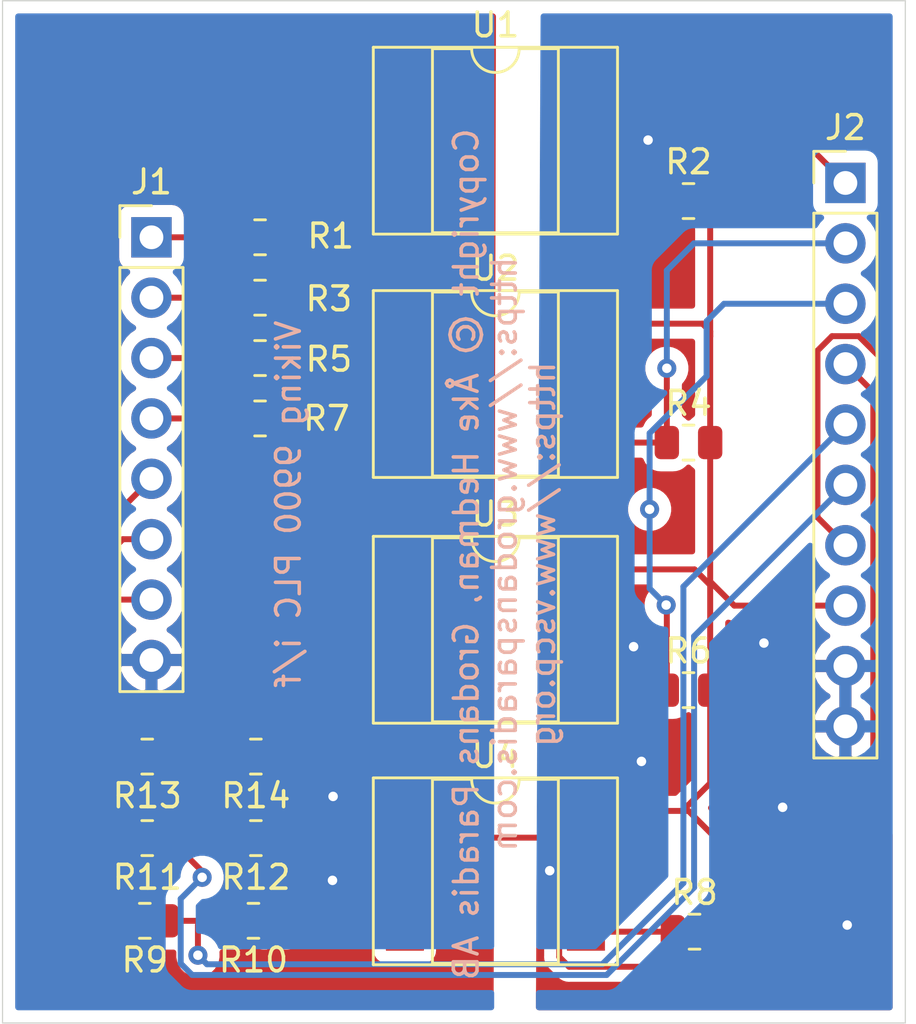
<source format=kicad_pcb>
(kicad_pcb (version 20171130) (host pcbnew 5.1.9+dfsg1-1)

  (general
    (thickness 1.6)
    (drawings 6)
    (tracks 130)
    (zones 0)
    (modules 20)
    (nets 26)
  )

  (page A4)
  (layers
    (0 F.Cu signal)
    (31 B.Cu signal)
    (32 B.Adhes user)
    (33 F.Adhes user)
    (34 B.Paste user)
    (35 F.Paste user)
    (36 B.SilkS user)
    (37 F.SilkS user)
    (38 B.Mask user)
    (39 F.Mask user)
    (40 Dwgs.User user)
    (41 Cmts.User user)
    (42 Eco1.User user)
    (43 Eco2.User user)
    (44 Edge.Cuts user)
    (45 Margin user)
    (46 B.CrtYd user)
    (47 F.CrtYd user)
    (48 B.Fab user)
    (49 F.Fab user)
  )

  (setup
    (last_trace_width 0.25)
    (trace_clearance 0.2)
    (zone_clearance 0.508)
    (zone_45_only no)
    (trace_min 0.2)
    (via_size 0.8)
    (via_drill 0.4)
    (via_min_size 0.4)
    (via_min_drill 0.3)
    (uvia_size 0.3)
    (uvia_drill 0.1)
    (uvias_allowed no)
    (uvia_min_size 0.2)
    (uvia_min_drill 0.1)
    (edge_width 0.05)
    (segment_width 0.2)
    (pcb_text_width 0.3)
    (pcb_text_size 1.5 1.5)
    (mod_edge_width 0.12)
    (mod_text_size 1 1)
    (mod_text_width 0.15)
    (pad_size 1.524 1.524)
    (pad_drill 0.762)
    (pad_to_mask_clearance 0)
    (aux_axis_origin 0 0)
    (visible_elements FFFFFF7F)
    (pcbplotparams
      (layerselection 0x010fc_ffffffff)
      (usegerberextensions false)
      (usegerberattributes true)
      (usegerberadvancedattributes true)
      (creategerberjobfile true)
      (excludeedgelayer true)
      (linewidth 0.100000)
      (plotframeref false)
      (viasonmask false)
      (mode 1)
      (useauxorigin false)
      (hpglpennumber 1)
      (hpglpenspeed 20)
      (hpglpendiameter 15.000000)
      (psnegative false)
      (psa4output false)
      (plotreference true)
      (plotvalue true)
      (plotinvisibletext false)
      (padsonsilk false)
      (subtractmaskfromsilk false)
      (outputformat 1)
      (mirror false)
      (drillshape 0)
      (scaleselection 1)
      (outputdirectory "../../gerbers/"))
  )

  (net 0 "")
  (net 1 GND1)
  (net 2 /power)
  (net 3 /irsensor)
  (net 4 /overtemp)
  (net 5 /transport)
  (net 6 /heater)
  (net 7 /fan)
  (net 8 /thermostat)
  (net 9 GND2)
  (net 10 VCC)
  (net 11 /an_power)
  (net 12 /an_irsensor)
  (net 13 /an_overtemp)
  (net 14 /dig_transport)
  (net 15 /dig_heater)
  (net 16 /dig_fan)
  (net 17 /dig_thermostat)
  (net 18 "Net-(R1-Pad1)")
  (net 19 "Net-(R3-Pad1)")
  (net 20 "Net-(R5-Pad1)")
  (net 21 "Net-(R7-Pad1)")
  (net 22 "Net-(U1-Pad3)")
  (net 23 "Net-(U2-Pad3)")
  (net 24 "Net-(U3-Pad3)")
  (net 25 "Net-(U4-Pad3)")

  (net_class Default "This is the default net class."
    (clearance 0.2)
    (trace_width 0.25)
    (via_dia 0.8)
    (via_drill 0.4)
    (uvia_dia 0.3)
    (uvia_drill 0.1)
    (add_net /an_irsensor)
    (add_net /an_overtemp)
    (add_net /an_power)
    (add_net /dig_fan)
    (add_net /dig_heater)
    (add_net /dig_thermostat)
    (add_net /dig_transport)
    (add_net /fan)
    (add_net /heater)
    (add_net /irsensor)
    (add_net /overtemp)
    (add_net /power)
    (add_net /thermostat)
    (add_net /transport)
    (add_net GND1)
    (add_net GND2)
    (add_net "Net-(R1-Pad1)")
    (add_net "Net-(R3-Pad1)")
    (add_net "Net-(R5-Pad1)")
    (add_net "Net-(R7-Pad1)")
    (add_net "Net-(U1-Pad3)")
    (add_net "Net-(U2-Pad3)")
    (add_net "Net-(U3-Pad3)")
    (add_net "Net-(U4-Pad3)")
    (add_net VCC)
  )

  (module Package_DIP:DIP-6_W7.62mm_SMDSocket_SmallPads (layer F.Cu) (tedit 5A02E8C5) (tstamp 60A7BCE2)
    (at 126.746 134.62)
    (descr "6-lead though-hole mounted DIP package, row spacing 7.62 mm (300 mils), SMDSocket, SmallPads")
    (tags "THT DIP DIL PDIP 2.54mm 7.62mm 300mil SMDSocket SmallPads")
    (path /60AB7702)
    (attr smd)
    (fp_text reference U4 (at 0 -4.87) (layer F.SilkS)
      (effects (font (size 1 1) (thickness 0.15)))
    )
    (fp_text value H11L1 (at 0 4.87) (layer F.Fab) hide
      (effects (font (size 1 1) (thickness 0.15)))
    )
    (fp_line (start 5.35 -4.15) (end -5.35 -4.15) (layer F.CrtYd) (width 0.05))
    (fp_line (start 5.35 4.15) (end 5.35 -4.15) (layer F.CrtYd) (width 0.05))
    (fp_line (start -5.35 4.15) (end 5.35 4.15) (layer F.CrtYd) (width 0.05))
    (fp_line (start -5.35 -4.15) (end -5.35 4.15) (layer F.CrtYd) (width 0.05))
    (fp_line (start 5.14 -3.93) (end -5.14 -3.93) (layer F.SilkS) (width 0.12))
    (fp_line (start 5.14 3.93) (end 5.14 -3.93) (layer F.SilkS) (width 0.12))
    (fp_line (start -5.14 3.93) (end 5.14 3.93) (layer F.SilkS) (width 0.12))
    (fp_line (start -5.14 -3.93) (end -5.14 3.93) (layer F.SilkS) (width 0.12))
    (fp_line (start 2.65 -3.87) (end 1 -3.87) (layer F.SilkS) (width 0.12))
    (fp_line (start 2.65 3.87) (end 2.65 -3.87) (layer F.SilkS) (width 0.12))
    (fp_line (start -2.65 3.87) (end 2.65 3.87) (layer F.SilkS) (width 0.12))
    (fp_line (start -2.65 -3.87) (end -2.65 3.87) (layer F.SilkS) (width 0.12))
    (fp_line (start -1 -3.87) (end -2.65 -3.87) (layer F.SilkS) (width 0.12))
    (fp_line (start 5.08 -3.87) (end -5.08 -3.87) (layer F.Fab) (width 0.1))
    (fp_line (start 5.08 3.87) (end 5.08 -3.87) (layer F.Fab) (width 0.1))
    (fp_line (start -5.08 3.87) (end 5.08 3.87) (layer F.Fab) (width 0.1))
    (fp_line (start -5.08 -3.87) (end -5.08 3.87) (layer F.Fab) (width 0.1))
    (fp_line (start -3.175 -2.81) (end -2.175 -3.81) (layer F.Fab) (width 0.1))
    (fp_line (start -3.175 3.81) (end -3.175 -2.81) (layer F.Fab) (width 0.1))
    (fp_line (start 3.175 3.81) (end -3.175 3.81) (layer F.Fab) (width 0.1))
    (fp_line (start 3.175 -3.81) (end 3.175 3.81) (layer F.Fab) (width 0.1))
    (fp_line (start -2.175 -3.81) (end 3.175 -3.81) (layer F.Fab) (width 0.1))
    (fp_text user %R (at 0 0) (layer F.Fab)
      (effects (font (size 1 1) (thickness 0.15)))
    )
    (fp_arc (start 0 -3.87) (end -1 -3.87) (angle -180) (layer F.SilkS) (width 0.12))
    (pad 6 smd rect (at 3.81 -2.54) (size 1.6 1.6) (layers F.Cu F.Paste F.Mask)
      (net 10 VCC))
    (pad 3 smd rect (at -3.81 2.54) (size 1.6 1.6) (layers F.Cu F.Paste F.Mask)
      (net 25 "Net-(U4-Pad3)"))
    (pad 5 smd rect (at 3.81 0) (size 1.6 1.6) (layers F.Cu F.Paste F.Mask)
      (net 9 GND2))
    (pad 2 smd rect (at -3.81 0) (size 1.6 1.6) (layers F.Cu F.Paste F.Mask)
      (net 1 GND1))
    (pad 4 smd rect (at 3.81 2.54) (size 1.6 1.6) (layers F.Cu F.Paste F.Mask)
      (net 14 /dig_transport))
    (pad 1 smd rect (at -3.81 -2.54) (size 1.6 1.6) (layers F.Cu F.Paste F.Mask)
      (net 21 "Net-(R7-Pad1)"))
    (model ${KISYS3DMOD}/Package_DIP.3dshapes/DIP-6_W7.62mm_SMDSocket.wrl
      (at (xyz 0 0 0))
      (scale (xyz 1 1 1))
      (rotate (xyz 0 0 0))
    )
  )

  (module Package_DIP:DIP-6_W7.62mm_SMDSocket_SmallPads (layer F.Cu) (tedit 5A02E8C5) (tstamp 60A7BCC0)
    (at 126.746 124.46)
    (descr "6-lead though-hole mounted DIP package, row spacing 7.62 mm (300 mils), SMDSocket, SmallPads")
    (tags "THT DIP DIL PDIP 2.54mm 7.62mm 300mil SMDSocket SmallPads")
    (path /60AB4E49)
    (attr smd)
    (fp_text reference U3 (at 0 -4.87) (layer F.SilkS)
      (effects (font (size 1 1) (thickness 0.15)))
    )
    (fp_text value H11L1 (at 0 4.87) (layer F.Fab) hide
      (effects (font (size 1 1) (thickness 0.15)))
    )
    (fp_line (start 5.35 -4.15) (end -5.35 -4.15) (layer F.CrtYd) (width 0.05))
    (fp_line (start 5.35 4.15) (end 5.35 -4.15) (layer F.CrtYd) (width 0.05))
    (fp_line (start -5.35 4.15) (end 5.35 4.15) (layer F.CrtYd) (width 0.05))
    (fp_line (start -5.35 -4.15) (end -5.35 4.15) (layer F.CrtYd) (width 0.05))
    (fp_line (start 5.14 -3.93) (end -5.14 -3.93) (layer F.SilkS) (width 0.12))
    (fp_line (start 5.14 3.93) (end 5.14 -3.93) (layer F.SilkS) (width 0.12))
    (fp_line (start -5.14 3.93) (end 5.14 3.93) (layer F.SilkS) (width 0.12))
    (fp_line (start -5.14 -3.93) (end -5.14 3.93) (layer F.SilkS) (width 0.12))
    (fp_line (start 2.65 -3.87) (end 1 -3.87) (layer F.SilkS) (width 0.12))
    (fp_line (start 2.65 3.87) (end 2.65 -3.87) (layer F.SilkS) (width 0.12))
    (fp_line (start -2.65 3.87) (end 2.65 3.87) (layer F.SilkS) (width 0.12))
    (fp_line (start -2.65 -3.87) (end -2.65 3.87) (layer F.SilkS) (width 0.12))
    (fp_line (start -1 -3.87) (end -2.65 -3.87) (layer F.SilkS) (width 0.12))
    (fp_line (start 5.08 -3.87) (end -5.08 -3.87) (layer F.Fab) (width 0.1))
    (fp_line (start 5.08 3.87) (end 5.08 -3.87) (layer F.Fab) (width 0.1))
    (fp_line (start -5.08 3.87) (end 5.08 3.87) (layer F.Fab) (width 0.1))
    (fp_line (start -5.08 -3.87) (end -5.08 3.87) (layer F.Fab) (width 0.1))
    (fp_line (start -3.175 -2.81) (end -2.175 -3.81) (layer F.Fab) (width 0.1))
    (fp_line (start -3.175 3.81) (end -3.175 -2.81) (layer F.Fab) (width 0.1))
    (fp_line (start 3.175 3.81) (end -3.175 3.81) (layer F.Fab) (width 0.1))
    (fp_line (start 3.175 -3.81) (end 3.175 3.81) (layer F.Fab) (width 0.1))
    (fp_line (start -2.175 -3.81) (end 3.175 -3.81) (layer F.Fab) (width 0.1))
    (fp_text user %R (at 0 0) (layer F.Fab)
      (effects (font (size 1 1) (thickness 0.15)))
    )
    (fp_arc (start 0 -3.87) (end -1 -3.87) (angle -180) (layer F.SilkS) (width 0.12))
    (pad 6 smd rect (at 3.81 -2.54) (size 1.6 1.6) (layers F.Cu F.Paste F.Mask)
      (net 10 VCC))
    (pad 3 smd rect (at -3.81 2.54) (size 1.6 1.6) (layers F.Cu F.Paste F.Mask)
      (net 24 "Net-(U3-Pad3)"))
    (pad 5 smd rect (at 3.81 0) (size 1.6 1.6) (layers F.Cu F.Paste F.Mask)
      (net 9 GND2))
    (pad 2 smd rect (at -3.81 0) (size 1.6 1.6) (layers F.Cu F.Paste F.Mask)
      (net 1 GND1))
    (pad 4 smd rect (at 3.81 2.54) (size 1.6 1.6) (layers F.Cu F.Paste F.Mask)
      (net 15 /dig_heater))
    (pad 1 smd rect (at -3.81 -2.54) (size 1.6 1.6) (layers F.Cu F.Paste F.Mask)
      (net 20 "Net-(R5-Pad1)"))
    (model ${KISYS3DMOD}/Package_DIP.3dshapes/DIP-6_W7.62mm_SMDSocket.wrl
      (at (xyz 0 0 0))
      (scale (xyz 1 1 1))
      (rotate (xyz 0 0 0))
    )
  )

  (module Package_DIP:DIP-6_W7.62mm_SMDSocket_SmallPads (layer F.Cu) (tedit 5A02E8C5) (tstamp 60A7BC9E)
    (at 126.746 114.1222)
    (descr "6-lead though-hole mounted DIP package, row spacing 7.62 mm (300 mils), SMDSocket, SmallPads")
    (tags "THT DIP DIL PDIP 2.54mm 7.62mm 300mil SMDSocket SmallPads")
    (path /60AB2C18)
    (attr smd)
    (fp_text reference U2 (at 0 -4.87) (layer F.SilkS)
      (effects (font (size 1 1) (thickness 0.15)))
    )
    (fp_text value H11L1 (at 0 4.87) (layer F.Fab) hide
      (effects (font (size 1 1) (thickness 0.15)))
    )
    (fp_line (start 5.35 -4.15) (end -5.35 -4.15) (layer F.CrtYd) (width 0.05))
    (fp_line (start 5.35 4.15) (end 5.35 -4.15) (layer F.CrtYd) (width 0.05))
    (fp_line (start -5.35 4.15) (end 5.35 4.15) (layer F.CrtYd) (width 0.05))
    (fp_line (start -5.35 -4.15) (end -5.35 4.15) (layer F.CrtYd) (width 0.05))
    (fp_line (start 5.14 -3.93) (end -5.14 -3.93) (layer F.SilkS) (width 0.12))
    (fp_line (start 5.14 3.93) (end 5.14 -3.93) (layer F.SilkS) (width 0.12))
    (fp_line (start -5.14 3.93) (end 5.14 3.93) (layer F.SilkS) (width 0.12))
    (fp_line (start -5.14 -3.93) (end -5.14 3.93) (layer F.SilkS) (width 0.12))
    (fp_line (start 2.65 -3.87) (end 1 -3.87) (layer F.SilkS) (width 0.12))
    (fp_line (start 2.65 3.87) (end 2.65 -3.87) (layer F.SilkS) (width 0.12))
    (fp_line (start -2.65 3.87) (end 2.65 3.87) (layer F.SilkS) (width 0.12))
    (fp_line (start -2.65 -3.87) (end -2.65 3.87) (layer F.SilkS) (width 0.12))
    (fp_line (start -1 -3.87) (end -2.65 -3.87) (layer F.SilkS) (width 0.12))
    (fp_line (start 5.08 -3.87) (end -5.08 -3.87) (layer F.Fab) (width 0.1))
    (fp_line (start 5.08 3.87) (end 5.08 -3.87) (layer F.Fab) (width 0.1))
    (fp_line (start -5.08 3.87) (end 5.08 3.87) (layer F.Fab) (width 0.1))
    (fp_line (start -5.08 -3.87) (end -5.08 3.87) (layer F.Fab) (width 0.1))
    (fp_line (start -3.175 -2.81) (end -2.175 -3.81) (layer F.Fab) (width 0.1))
    (fp_line (start -3.175 3.81) (end -3.175 -2.81) (layer F.Fab) (width 0.1))
    (fp_line (start 3.175 3.81) (end -3.175 3.81) (layer F.Fab) (width 0.1))
    (fp_line (start 3.175 -3.81) (end 3.175 3.81) (layer F.Fab) (width 0.1))
    (fp_line (start -2.175 -3.81) (end 3.175 -3.81) (layer F.Fab) (width 0.1))
    (fp_text user %R (at -0.1016 -0.1016) (layer F.Fab)
      (effects (font (size 1 1) (thickness 0.15)))
    )
    (fp_arc (start 0 -3.87) (end -1 -3.87) (angle -180) (layer F.SilkS) (width 0.12))
    (pad 6 smd rect (at 3.81 -2.54) (size 1.6 1.6) (layers F.Cu F.Paste F.Mask)
      (net 10 VCC))
    (pad 3 smd rect (at -3.81 2.54) (size 1.6 1.6) (layers F.Cu F.Paste F.Mask)
      (net 23 "Net-(U2-Pad3)"))
    (pad 5 smd rect (at 3.81 0) (size 1.6 1.6) (layers F.Cu F.Paste F.Mask)
      (net 9 GND2))
    (pad 2 smd rect (at -3.81 0) (size 1.6 1.6) (layers F.Cu F.Paste F.Mask)
      (net 1 GND1))
    (pad 4 smd rect (at 3.81 2.54) (size 1.6 1.6) (layers F.Cu F.Paste F.Mask)
      (net 16 /dig_fan))
    (pad 1 smd rect (at -3.81 -2.54) (size 1.6 1.6) (layers F.Cu F.Paste F.Mask)
      (net 19 "Net-(R3-Pad1)"))
    (model ${KISYS3DMOD}/Package_DIP.3dshapes/DIP-6_W7.62mm_SMDSocket.wrl
      (at (xyz 0 0 0))
      (scale (xyz 1 1 1))
      (rotate (xyz 0 0 0))
    )
  )

  (module Package_DIP:DIP-6_W7.62mm_SMDSocket_SmallPads (layer F.Cu) (tedit 5A02E8C5) (tstamp 60A7BC7C)
    (at 126.746 103.886)
    (descr "6-lead though-hole mounted DIP package, row spacing 7.62 mm (300 mils), SMDSocket, SmallPads")
    (tags "THT DIP DIL PDIP 2.54mm 7.62mm 300mil SMDSocket SmallPads")
    (path /60A792D5)
    (attr smd)
    (fp_text reference U1 (at 0 -4.87) (layer F.SilkS)
      (effects (font (size 1 1) (thickness 0.15)))
    )
    (fp_text value H11L1 (at 0 4.87) (layer F.Fab) hide
      (effects (font (size 1 1) (thickness 0.15)))
    )
    (fp_line (start 5.35 -4.15) (end -5.35 -4.15) (layer F.CrtYd) (width 0.05))
    (fp_line (start 5.35 4.15) (end 5.35 -4.15) (layer F.CrtYd) (width 0.05))
    (fp_line (start -5.35 4.15) (end 5.35 4.15) (layer F.CrtYd) (width 0.05))
    (fp_line (start -5.35 -4.15) (end -5.35 4.15) (layer F.CrtYd) (width 0.05))
    (fp_line (start 5.14 -3.93) (end -5.14 -3.93) (layer F.SilkS) (width 0.12))
    (fp_line (start 5.14 3.93) (end 5.14 -3.93) (layer F.SilkS) (width 0.12))
    (fp_line (start -5.14 3.93) (end 5.14 3.93) (layer F.SilkS) (width 0.12))
    (fp_line (start -5.14 -3.93) (end -5.14 3.93) (layer F.SilkS) (width 0.12))
    (fp_line (start 2.65 -3.87) (end 1 -3.87) (layer F.SilkS) (width 0.12))
    (fp_line (start 2.65 3.87) (end 2.65 -3.87) (layer F.SilkS) (width 0.12))
    (fp_line (start -2.65 3.87) (end 2.65 3.87) (layer F.SilkS) (width 0.12))
    (fp_line (start -2.65 -3.87) (end -2.65 3.87) (layer F.SilkS) (width 0.12))
    (fp_line (start -1 -3.87) (end -2.65 -3.87) (layer F.SilkS) (width 0.12))
    (fp_line (start 5.08 -3.87) (end -5.08 -3.87) (layer F.Fab) (width 0.1))
    (fp_line (start 5.08 3.87) (end 5.08 -3.87) (layer F.Fab) (width 0.1))
    (fp_line (start -5.08 3.87) (end 5.08 3.87) (layer F.Fab) (width 0.1))
    (fp_line (start -5.08 -3.87) (end -5.08 3.87) (layer F.Fab) (width 0.1))
    (fp_line (start -3.175 -2.81) (end -2.175 -3.81) (layer F.Fab) (width 0.1))
    (fp_line (start -3.175 3.81) (end -3.175 -2.81) (layer F.Fab) (width 0.1))
    (fp_line (start 3.175 3.81) (end -3.175 3.81) (layer F.Fab) (width 0.1))
    (fp_line (start 3.175 -3.81) (end 3.175 3.81) (layer F.Fab) (width 0.1))
    (fp_line (start -2.175 -3.81) (end 3.175 -3.81) (layer F.Fab) (width 0.1))
    (fp_text user %R (at 0 0) (layer F.Fab)
      (effects (font (size 1 1) (thickness 0.15)))
    )
    (fp_arc (start 0 -3.87) (end -1 -3.87) (angle -180) (layer F.SilkS) (width 0.12))
    (pad 6 smd rect (at 3.81 -2.54) (size 1.6 1.6) (layers F.Cu F.Paste F.Mask)
      (net 10 VCC))
    (pad 3 smd rect (at -3.81 2.54) (size 1.6 1.6) (layers F.Cu F.Paste F.Mask)
      (net 22 "Net-(U1-Pad3)"))
    (pad 5 smd rect (at 3.81 0) (size 1.6 1.6) (layers F.Cu F.Paste F.Mask)
      (net 9 GND2))
    (pad 2 smd rect (at -3.81 0) (size 1.6 1.6) (layers F.Cu F.Paste F.Mask)
      (net 1 GND1))
    (pad 4 smd rect (at 3.81 2.54) (size 1.6 1.6) (layers F.Cu F.Paste F.Mask)
      (net 17 /dig_thermostat))
    (pad 1 smd rect (at -3.81 -2.54) (size 1.6 1.6) (layers F.Cu F.Paste F.Mask)
      (net 18 "Net-(R1-Pad1)"))
    (model ${KISYS3DMOD}/Package_DIP.3dshapes/DIP-6_W7.62mm_SMDSocket.wrl
      (at (xyz 0 0 0))
      (scale (xyz 1 1 1))
      (rotate (xyz 0 0 0))
    )
  )

  (module Resistor_SMD:R_0805_2012Metric (layer F.Cu) (tedit 5F68FEEE) (tstamp 60A7BC5A)
    (at 116.6622 129.794 180)
    (descr "Resistor SMD 0805 (2012 Metric), square (rectangular) end terminal, IPC_7351 nominal, (Body size source: IPC-SM-782 page 72, https://www.pcb-3d.com/wordpress/wp-content/uploads/ipc-sm-782a_amendment_1_and_2.pdf), generated with kicad-footprint-generator")
    (tags resistor)
    (path /60B17966)
    (attr smd)
    (fp_text reference R14 (at 0 -1.65) (layer F.SilkS)
      (effects (font (size 1 1) (thickness 0.15)))
    )
    (fp_text value 10K (at 0 1.65) (layer F.Fab) hide
      (effects (font (size 1 1) (thickness 0.15)))
    )
    (fp_line (start 1.68 0.95) (end -1.68 0.95) (layer F.CrtYd) (width 0.05))
    (fp_line (start 1.68 -0.95) (end 1.68 0.95) (layer F.CrtYd) (width 0.05))
    (fp_line (start -1.68 -0.95) (end 1.68 -0.95) (layer F.CrtYd) (width 0.05))
    (fp_line (start -1.68 0.95) (end -1.68 -0.95) (layer F.CrtYd) (width 0.05))
    (fp_line (start -0.227064 0.735) (end 0.227064 0.735) (layer F.SilkS) (width 0.12))
    (fp_line (start -0.227064 -0.735) (end 0.227064 -0.735) (layer F.SilkS) (width 0.12))
    (fp_line (start 1 0.625) (end -1 0.625) (layer F.Fab) (width 0.1))
    (fp_line (start 1 -0.625) (end 1 0.625) (layer F.Fab) (width 0.1))
    (fp_line (start -1 -0.625) (end 1 -0.625) (layer F.Fab) (width 0.1))
    (fp_line (start -1 0.625) (end -1 -0.625) (layer F.Fab) (width 0.1))
    (fp_text user %R (at 0 0) (layer F.Fab)
      (effects (font (size 0.5 0.5) (thickness 0.08)))
    )
    (pad 2 smd roundrect (at 0.9125 0 180) (size 1.025 1.4) (layers F.Cu F.Paste F.Mask) (roundrect_rratio 0.2439014634146341)
      (net 11 /an_power))
    (pad 1 smd roundrect (at -0.9125 0 180) (size 1.025 1.4) (layers F.Cu F.Paste F.Mask) (roundrect_rratio 0.2439014634146341)
      (net 1 GND1))
    (model ${KISYS3DMOD}/Resistor_SMD.3dshapes/R_0805_2012Metric.wrl
      (at (xyz 0 0 0))
      (scale (xyz 1 1 1))
      (rotate (xyz 0 0 0))
    )
  )

  (module Resistor_SMD:R_0805_2012Metric (layer F.Cu) (tedit 5F68FEEE) (tstamp 60A7BC49)
    (at 112.0902 129.794 180)
    (descr "Resistor SMD 0805 (2012 Metric), square (rectangular) end terminal, IPC_7351 nominal, (Body size source: IPC-SM-782 page 72, https://www.pcb-3d.com/wordpress/wp-content/uploads/ipc-sm-782a_amendment_1_and_2.pdf), generated with kicad-footprint-generator")
    (tags resistor)
    (path /60B17960)
    (attr smd)
    (fp_text reference R13 (at 0 -1.65) (layer F.SilkS)
      (effects (font (size 1 1) (thickness 0.15)))
    )
    (fp_text value 10K (at 0 1.65) (layer F.Fab) hide
      (effects (font (size 1 1) (thickness 0.15)))
    )
    (fp_line (start 1.68 0.95) (end -1.68 0.95) (layer F.CrtYd) (width 0.05))
    (fp_line (start 1.68 -0.95) (end 1.68 0.95) (layer F.CrtYd) (width 0.05))
    (fp_line (start -1.68 -0.95) (end 1.68 -0.95) (layer F.CrtYd) (width 0.05))
    (fp_line (start -1.68 0.95) (end -1.68 -0.95) (layer F.CrtYd) (width 0.05))
    (fp_line (start -0.227064 0.735) (end 0.227064 0.735) (layer F.SilkS) (width 0.12))
    (fp_line (start -0.227064 -0.735) (end 0.227064 -0.735) (layer F.SilkS) (width 0.12))
    (fp_line (start 1 0.625) (end -1 0.625) (layer F.Fab) (width 0.1))
    (fp_line (start 1 -0.625) (end 1 0.625) (layer F.Fab) (width 0.1))
    (fp_line (start -1 -0.625) (end 1 -0.625) (layer F.Fab) (width 0.1))
    (fp_line (start -1 0.625) (end -1 -0.625) (layer F.Fab) (width 0.1))
    (fp_text user %R (at 0 0) (layer F.Fab)
      (effects (font (size 0.5 0.5) (thickness 0.08)))
    )
    (pad 2 smd roundrect (at 0.9125 0 180) (size 1.025 1.4) (layers F.Cu F.Paste F.Mask) (roundrect_rratio 0.2439014634146341)
      (net 2 /power))
    (pad 1 smd roundrect (at -0.9125 0 180) (size 1.025 1.4) (layers F.Cu F.Paste F.Mask) (roundrect_rratio 0.2439014634146341)
      (net 11 /an_power))
    (model ${KISYS3DMOD}/Resistor_SMD.3dshapes/R_0805_2012Metric.wrl
      (at (xyz 0 0 0))
      (scale (xyz 1 1 1))
      (rotate (xyz 0 0 0))
    )
  )

  (module Resistor_SMD:R_0805_2012Metric (layer F.Cu) (tedit 5F68FEEE) (tstamp 60A7BC38)
    (at 116.6622 133.223 180)
    (descr "Resistor SMD 0805 (2012 Metric), square (rectangular) end terminal, IPC_7351 nominal, (Body size source: IPC-SM-782 page 72, https://www.pcb-3d.com/wordpress/wp-content/uploads/ipc-sm-782a_amendment_1_and_2.pdf), generated with kicad-footprint-generator")
    (tags resistor)
    (path /60B14AE1)
    (attr smd)
    (fp_text reference R12 (at 0 -1.65) (layer F.SilkS)
      (effects (font (size 1 1) (thickness 0.15)))
    )
    (fp_text value 10K (at 0 1.65) (layer F.Fab) hide
      (effects (font (size 1 1) (thickness 0.15)))
    )
    (fp_line (start 1.68 0.95) (end -1.68 0.95) (layer F.CrtYd) (width 0.05))
    (fp_line (start 1.68 -0.95) (end 1.68 0.95) (layer F.CrtYd) (width 0.05))
    (fp_line (start -1.68 -0.95) (end 1.68 -0.95) (layer F.CrtYd) (width 0.05))
    (fp_line (start -1.68 0.95) (end -1.68 -0.95) (layer F.CrtYd) (width 0.05))
    (fp_line (start -0.227064 0.735) (end 0.227064 0.735) (layer F.SilkS) (width 0.12))
    (fp_line (start -0.227064 -0.735) (end 0.227064 -0.735) (layer F.SilkS) (width 0.12))
    (fp_line (start 1 0.625) (end -1 0.625) (layer F.Fab) (width 0.1))
    (fp_line (start 1 -0.625) (end 1 0.625) (layer F.Fab) (width 0.1))
    (fp_line (start -1 -0.625) (end 1 -0.625) (layer F.Fab) (width 0.1))
    (fp_line (start -1 0.625) (end -1 -0.625) (layer F.Fab) (width 0.1))
    (fp_text user %R (at 0 0) (layer F.Fab)
      (effects (font (size 0.5 0.5) (thickness 0.08)))
    )
    (pad 2 smd roundrect (at 0.9125 0 180) (size 1.025 1.4) (layers F.Cu F.Paste F.Mask) (roundrect_rratio 0.2439014634146341)
      (net 12 /an_irsensor))
    (pad 1 smd roundrect (at -0.9125 0 180) (size 1.025 1.4) (layers F.Cu F.Paste F.Mask) (roundrect_rratio 0.2439014634146341)
      (net 1 GND1))
    (model ${KISYS3DMOD}/Resistor_SMD.3dshapes/R_0805_2012Metric.wrl
      (at (xyz 0 0 0))
      (scale (xyz 1 1 1))
      (rotate (xyz 0 0 0))
    )
  )

  (module Resistor_SMD:R_0805_2012Metric (layer F.Cu) (tedit 5F68FEEE) (tstamp 60A7BC27)
    (at 112.0902 133.223 180)
    (descr "Resistor SMD 0805 (2012 Metric), square (rectangular) end terminal, IPC_7351 nominal, (Body size source: IPC-SM-782 page 72, https://www.pcb-3d.com/wordpress/wp-content/uploads/ipc-sm-782a_amendment_1_and_2.pdf), generated with kicad-footprint-generator")
    (tags resistor)
    (path /60B14ADB)
    (attr smd)
    (fp_text reference R11 (at 0 -1.65) (layer F.SilkS)
      (effects (font (size 1 1) (thickness 0.15)))
    )
    (fp_text value 10K (at 0 1.65) (layer F.Fab) hide
      (effects (font (size 1 1) (thickness 0.15)))
    )
    (fp_line (start 1.68 0.95) (end -1.68 0.95) (layer F.CrtYd) (width 0.05))
    (fp_line (start 1.68 -0.95) (end 1.68 0.95) (layer F.CrtYd) (width 0.05))
    (fp_line (start -1.68 -0.95) (end 1.68 -0.95) (layer F.CrtYd) (width 0.05))
    (fp_line (start -1.68 0.95) (end -1.68 -0.95) (layer F.CrtYd) (width 0.05))
    (fp_line (start -0.227064 0.735) (end 0.227064 0.735) (layer F.SilkS) (width 0.12))
    (fp_line (start -0.227064 -0.735) (end 0.227064 -0.735) (layer F.SilkS) (width 0.12))
    (fp_line (start 1 0.625) (end -1 0.625) (layer F.Fab) (width 0.1))
    (fp_line (start 1 -0.625) (end 1 0.625) (layer F.Fab) (width 0.1))
    (fp_line (start -1 -0.625) (end 1 -0.625) (layer F.Fab) (width 0.1))
    (fp_line (start -1 0.625) (end -1 -0.625) (layer F.Fab) (width 0.1))
    (fp_text user %R (at 0 0) (layer F.Fab)
      (effects (font (size 0.5 0.5) (thickness 0.08)))
    )
    (pad 2 smd roundrect (at 0.9125 0 180) (size 1.025 1.4) (layers F.Cu F.Paste F.Mask) (roundrect_rratio 0.2439014634146341)
      (net 3 /irsensor))
    (pad 1 smd roundrect (at -0.9125 0 180) (size 1.025 1.4) (layers F.Cu F.Paste F.Mask) (roundrect_rratio 0.2439014634146341)
      (net 12 /an_irsensor))
    (model ${KISYS3DMOD}/Resistor_SMD.3dshapes/R_0805_2012Metric.wrl
      (at (xyz 0 0 0))
      (scale (xyz 1 1 1))
      (rotate (xyz 0 0 0))
    )
  )

  (module Resistor_SMD:R_0805_2012Metric (layer F.Cu) (tedit 5F68FEEE) (tstamp 60A7BC16)
    (at 116.5606 136.7028 180)
    (descr "Resistor SMD 0805 (2012 Metric), square (rectangular) end terminal, IPC_7351 nominal, (Body size source: IPC-SM-782 page 72, https://www.pcb-3d.com/wordpress/wp-content/uploads/ipc-sm-782a_amendment_1_and_2.pdf), generated with kicad-footprint-generator")
    (tags resistor)
    (path /60B04A74)
    (attr smd)
    (fp_text reference R10 (at 0 -1.65) (layer F.SilkS)
      (effects (font (size 1 1) (thickness 0.15)))
    )
    (fp_text value 10K (at 0 1.65) (layer F.Fab) hide
      (effects (font (size 1 1) (thickness 0.15)))
    )
    (fp_line (start 1.68 0.95) (end -1.68 0.95) (layer F.CrtYd) (width 0.05))
    (fp_line (start 1.68 -0.95) (end 1.68 0.95) (layer F.CrtYd) (width 0.05))
    (fp_line (start -1.68 -0.95) (end 1.68 -0.95) (layer F.CrtYd) (width 0.05))
    (fp_line (start -1.68 0.95) (end -1.68 -0.95) (layer F.CrtYd) (width 0.05))
    (fp_line (start -0.227064 0.735) (end 0.227064 0.735) (layer F.SilkS) (width 0.12))
    (fp_line (start -0.227064 -0.735) (end 0.227064 -0.735) (layer F.SilkS) (width 0.12))
    (fp_line (start 1 0.625) (end -1 0.625) (layer F.Fab) (width 0.1))
    (fp_line (start 1 -0.625) (end 1 0.625) (layer F.Fab) (width 0.1))
    (fp_line (start -1 -0.625) (end 1 -0.625) (layer F.Fab) (width 0.1))
    (fp_line (start -1 0.625) (end -1 -0.625) (layer F.Fab) (width 0.1))
    (fp_text user %R (at 0 0) (layer F.Fab)
      (effects (font (size 0.5 0.5) (thickness 0.08)))
    )
    (pad 2 smd roundrect (at 0.9125 0 180) (size 1.025 1.4) (layers F.Cu F.Paste F.Mask) (roundrect_rratio 0.2439014634146341)
      (net 13 /an_overtemp))
    (pad 1 smd roundrect (at -0.9125 0 180) (size 1.025 1.4) (layers F.Cu F.Paste F.Mask) (roundrect_rratio 0.2439014634146341)
      (net 1 GND1))
    (model ${KISYS3DMOD}/Resistor_SMD.3dshapes/R_0805_2012Metric.wrl
      (at (xyz 0 0 0))
      (scale (xyz 1 1 1))
      (rotate (xyz 0 0 0))
    )
  )

  (module Resistor_SMD:R_0805_2012Metric (layer F.Cu) (tedit 5F68FEEE) (tstamp 60A7BC05)
    (at 111.9886 136.7028 180)
    (descr "Resistor SMD 0805 (2012 Metric), square (rectangular) end terminal, IPC_7351 nominal, (Body size source: IPC-SM-782 page 72, https://www.pcb-3d.com/wordpress/wp-content/uploads/ipc-sm-782a_amendment_1_and_2.pdf), generated with kicad-footprint-generator")
    (tags resistor)
    (path /60B0407B)
    (attr smd)
    (fp_text reference R9 (at 0 -1.65) (layer F.SilkS)
      (effects (font (size 1 1) (thickness 0.15)))
    )
    (fp_text value 10K (at 0 1.65) (layer F.Fab) hide
      (effects (font (size 1 1) (thickness 0.15)))
    )
    (fp_line (start 1.68 0.95) (end -1.68 0.95) (layer F.CrtYd) (width 0.05))
    (fp_line (start 1.68 -0.95) (end 1.68 0.95) (layer F.CrtYd) (width 0.05))
    (fp_line (start -1.68 -0.95) (end 1.68 -0.95) (layer F.CrtYd) (width 0.05))
    (fp_line (start -1.68 0.95) (end -1.68 -0.95) (layer F.CrtYd) (width 0.05))
    (fp_line (start -0.227064 0.735) (end 0.227064 0.735) (layer F.SilkS) (width 0.12))
    (fp_line (start -0.227064 -0.735) (end 0.227064 -0.735) (layer F.SilkS) (width 0.12))
    (fp_line (start 1 0.625) (end -1 0.625) (layer F.Fab) (width 0.1))
    (fp_line (start 1 -0.625) (end 1 0.625) (layer F.Fab) (width 0.1))
    (fp_line (start -1 -0.625) (end 1 -0.625) (layer F.Fab) (width 0.1))
    (fp_line (start -1 0.625) (end -1 -0.625) (layer F.Fab) (width 0.1))
    (fp_text user %R (at 0 0) (layer F.Fab)
      (effects (font (size 0.5 0.5) (thickness 0.08)))
    )
    (pad 2 smd roundrect (at 0.9125 0 180) (size 1.025 1.4) (layers F.Cu F.Paste F.Mask) (roundrect_rratio 0.2439014634146341)
      (net 4 /overtemp))
    (pad 1 smd roundrect (at -0.9125 0 180) (size 1.025 1.4) (layers F.Cu F.Paste F.Mask) (roundrect_rratio 0.2439014634146341)
      (net 13 /an_overtemp))
    (model ${KISYS3DMOD}/Resistor_SMD.3dshapes/R_0805_2012Metric.wrl
      (at (xyz 0 0 0))
      (scale (xyz 1 1 1))
      (rotate (xyz 0 0 0))
    )
  )

  (module Resistor_SMD:R_0805_2012Metric (layer F.Cu) (tedit 5F68FEEE) (tstamp 60A7BBF4)
    (at 135.128 137.16)
    (descr "Resistor SMD 0805 (2012 Metric), square (rectangular) end terminal, IPC_7351 nominal, (Body size source: IPC-SM-782 page 72, https://www.pcb-3d.com/wordpress/wp-content/uploads/ipc-sm-782a_amendment_1_and_2.pdf), generated with kicad-footprint-generator")
    (tags resistor)
    (path /60AB771F)
    (attr smd)
    (fp_text reference R8 (at 0 -1.65) (layer F.SilkS)
      (effects (font (size 1 1) (thickness 0.15)))
    )
    (fp_text value 10K (at 0 1.65) (layer F.Fab) hide
      (effects (font (size 1 1) (thickness 0.15)))
    )
    (fp_line (start 1.68 0.95) (end -1.68 0.95) (layer F.CrtYd) (width 0.05))
    (fp_line (start 1.68 -0.95) (end 1.68 0.95) (layer F.CrtYd) (width 0.05))
    (fp_line (start -1.68 -0.95) (end 1.68 -0.95) (layer F.CrtYd) (width 0.05))
    (fp_line (start -1.68 0.95) (end -1.68 -0.95) (layer F.CrtYd) (width 0.05))
    (fp_line (start -0.227064 0.735) (end 0.227064 0.735) (layer F.SilkS) (width 0.12))
    (fp_line (start -0.227064 -0.735) (end 0.227064 -0.735) (layer F.SilkS) (width 0.12))
    (fp_line (start 1 0.625) (end -1 0.625) (layer F.Fab) (width 0.1))
    (fp_line (start 1 -0.625) (end 1 0.625) (layer F.Fab) (width 0.1))
    (fp_line (start -1 -0.625) (end 1 -0.625) (layer F.Fab) (width 0.1))
    (fp_line (start -1 0.625) (end -1 -0.625) (layer F.Fab) (width 0.1))
    (fp_text user %R (at 0 0) (layer F.Fab)
      (effects (font (size 0.5 0.5) (thickness 0.08)))
    )
    (pad 2 smd roundrect (at 0.9125 0) (size 1.025 1.4) (layers F.Cu F.Paste F.Mask) (roundrect_rratio 0.2439014634146341)
      (net 10 VCC))
    (pad 1 smd roundrect (at -0.9125 0) (size 1.025 1.4) (layers F.Cu F.Paste F.Mask) (roundrect_rratio 0.2439014634146341)
      (net 14 /dig_transport))
    (model ${KISYS3DMOD}/Resistor_SMD.3dshapes/R_0805_2012Metric.wrl
      (at (xyz 0 0 0))
      (scale (xyz 1 1 1))
      (rotate (xyz 0 0 0))
    )
  )

  (module Resistor_SMD:R_0805_2012Metric (layer F.Cu) (tedit 5F68FEEE) (tstamp 60A7BBE3)
    (at 116.84 115.57 180)
    (descr "Resistor SMD 0805 (2012 Metric), square (rectangular) end terminal, IPC_7351 nominal, (Body size source: IPC-SM-782 page 72, https://www.pcb-3d.com/wordpress/wp-content/uploads/ipc-sm-782a_amendment_1_and_2.pdf), generated with kicad-footprint-generator")
    (tags resistor)
    (path /60AB7708)
    (attr smd)
    (fp_text reference R7 (at -2.794 0) (layer F.SilkS)
      (effects (font (size 1 1) (thickness 0.15)))
    )
    (fp_text value 2K4 (at 0 1.65) (layer F.Fab) hide
      (effects (font (size 1 1) (thickness 0.15)))
    )
    (fp_line (start 1.68 0.95) (end -1.68 0.95) (layer F.CrtYd) (width 0.05))
    (fp_line (start 1.68 -0.95) (end 1.68 0.95) (layer F.CrtYd) (width 0.05))
    (fp_line (start -1.68 -0.95) (end 1.68 -0.95) (layer F.CrtYd) (width 0.05))
    (fp_line (start -1.68 0.95) (end -1.68 -0.95) (layer F.CrtYd) (width 0.05))
    (fp_line (start -0.227064 0.735) (end 0.227064 0.735) (layer F.SilkS) (width 0.12))
    (fp_line (start -0.227064 -0.735) (end 0.227064 -0.735) (layer F.SilkS) (width 0.12))
    (fp_line (start 1 0.625) (end -1 0.625) (layer F.Fab) (width 0.1))
    (fp_line (start 1 -0.625) (end 1 0.625) (layer F.Fab) (width 0.1))
    (fp_line (start -1 -0.625) (end 1 -0.625) (layer F.Fab) (width 0.1))
    (fp_line (start -1 0.625) (end -1 -0.625) (layer F.Fab) (width 0.1))
    (fp_text user %R (at 0 0) (layer F.Fab)
      (effects (font (size 0.5 0.5) (thickness 0.08)))
    )
    (pad 2 smd roundrect (at 0.9125 0 180) (size 1.025 1.4) (layers F.Cu F.Paste F.Mask) (roundrect_rratio 0.2439014634146341)
      (net 5 /transport))
    (pad 1 smd roundrect (at -0.9125 0 180) (size 1.025 1.4) (layers F.Cu F.Paste F.Mask) (roundrect_rratio 0.2439014634146341)
      (net 21 "Net-(R7-Pad1)"))
    (model ${KISYS3DMOD}/Resistor_SMD.3dshapes/R_0805_2012Metric.wrl
      (at (xyz 0 0 0))
      (scale (xyz 1 1 1))
      (rotate (xyz 0 0 0))
    )
  )

  (module Resistor_SMD:R_0805_2012Metric (layer F.Cu) (tedit 5F68FEEE) (tstamp 60A7BBD2)
    (at 134.874 127)
    (descr "Resistor SMD 0805 (2012 Metric), square (rectangular) end terminal, IPC_7351 nominal, (Body size source: IPC-SM-782 page 72, https://www.pcb-3d.com/wordpress/wp-content/uploads/ipc-sm-782a_amendment_1_and_2.pdf), generated with kicad-footprint-generator")
    (tags resistor)
    (path /60AB4E66)
    (attr smd)
    (fp_text reference R6 (at 0 -1.65) (layer F.SilkS)
      (effects (font (size 1 1) (thickness 0.15)))
    )
    (fp_text value 10K (at 0 1.65) (layer F.Fab) hide
      (effects (font (size 1 1) (thickness 0.15)))
    )
    (fp_line (start 1.68 0.95) (end -1.68 0.95) (layer F.CrtYd) (width 0.05))
    (fp_line (start 1.68 -0.95) (end 1.68 0.95) (layer F.CrtYd) (width 0.05))
    (fp_line (start -1.68 -0.95) (end 1.68 -0.95) (layer F.CrtYd) (width 0.05))
    (fp_line (start -1.68 0.95) (end -1.68 -0.95) (layer F.CrtYd) (width 0.05))
    (fp_line (start -0.227064 0.735) (end 0.227064 0.735) (layer F.SilkS) (width 0.12))
    (fp_line (start -0.227064 -0.735) (end 0.227064 -0.735) (layer F.SilkS) (width 0.12))
    (fp_line (start 1 0.625) (end -1 0.625) (layer F.Fab) (width 0.1))
    (fp_line (start 1 -0.625) (end 1 0.625) (layer F.Fab) (width 0.1))
    (fp_line (start -1 -0.625) (end 1 -0.625) (layer F.Fab) (width 0.1))
    (fp_line (start -1 0.625) (end -1 -0.625) (layer F.Fab) (width 0.1))
    (fp_text user %R (at 0 0) (layer F.Fab)
      (effects (font (size 0.5 0.5) (thickness 0.08)))
    )
    (pad 2 smd roundrect (at 0.9125 0) (size 1.025 1.4) (layers F.Cu F.Paste F.Mask) (roundrect_rratio 0.2439014634146341)
      (net 10 VCC))
    (pad 1 smd roundrect (at -0.9125 0) (size 1.025 1.4) (layers F.Cu F.Paste F.Mask) (roundrect_rratio 0.2439014634146341)
      (net 15 /dig_heater))
    (model ${KISYS3DMOD}/Resistor_SMD.3dshapes/R_0805_2012Metric.wrl
      (at (xyz 0 0 0))
      (scale (xyz 1 1 1))
      (rotate (xyz 0 0 0))
    )
  )

  (module Resistor_SMD:R_0805_2012Metric (layer F.Cu) (tedit 5F68FEEE) (tstamp 60A7BBC1)
    (at 116.84 113.03 180)
    (descr "Resistor SMD 0805 (2012 Metric), square (rectangular) end terminal, IPC_7351 nominal, (Body size source: IPC-SM-782 page 72, https://www.pcb-3d.com/wordpress/wp-content/uploads/ipc-sm-782a_amendment_1_and_2.pdf), generated with kicad-footprint-generator")
    (tags resistor)
    (path /60AB4E4F)
    (attr smd)
    (fp_text reference R5 (at -2.8956 -0.0508) (layer F.SilkS)
      (effects (font (size 1 1) (thickness 0.15)))
    )
    (fp_text value 2K4 (at 0 1.65) (layer F.Fab) hide
      (effects (font (size 1 1) (thickness 0.15)))
    )
    (fp_line (start 1.68 0.95) (end -1.68 0.95) (layer F.CrtYd) (width 0.05))
    (fp_line (start 1.68 -0.95) (end 1.68 0.95) (layer F.CrtYd) (width 0.05))
    (fp_line (start -1.68 -0.95) (end 1.68 -0.95) (layer F.CrtYd) (width 0.05))
    (fp_line (start -1.68 0.95) (end -1.68 -0.95) (layer F.CrtYd) (width 0.05))
    (fp_line (start -0.227064 0.735) (end 0.227064 0.735) (layer F.SilkS) (width 0.12))
    (fp_line (start -0.227064 -0.735) (end 0.227064 -0.735) (layer F.SilkS) (width 0.12))
    (fp_line (start 1 0.625) (end -1 0.625) (layer F.Fab) (width 0.1))
    (fp_line (start 1 -0.625) (end 1 0.625) (layer F.Fab) (width 0.1))
    (fp_line (start -1 -0.625) (end 1 -0.625) (layer F.Fab) (width 0.1))
    (fp_line (start -1 0.625) (end -1 -0.625) (layer F.Fab) (width 0.1))
    (fp_text user %R (at 0 0) (layer F.Fab)
      (effects (font (size 0.5 0.5) (thickness 0.08)))
    )
    (pad 2 smd roundrect (at 0.9125 0 180) (size 1.025 1.4) (layers F.Cu F.Paste F.Mask) (roundrect_rratio 0.2439014634146341)
      (net 6 /heater))
    (pad 1 smd roundrect (at -0.9125 0 180) (size 1.025 1.4) (layers F.Cu F.Paste F.Mask) (roundrect_rratio 0.2439014634146341)
      (net 20 "Net-(R5-Pad1)"))
    (model ${KISYS3DMOD}/Resistor_SMD.3dshapes/R_0805_2012Metric.wrl
      (at (xyz 0 0 0))
      (scale (xyz 1 1 1))
      (rotate (xyz 0 0 0))
    )
  )

  (module Resistor_SMD:R_0805_2012Metric (layer F.Cu) (tedit 5F68FEEE) (tstamp 60A7BBB0)
    (at 134.874 116.586)
    (descr "Resistor SMD 0805 (2012 Metric), square (rectangular) end terminal, IPC_7351 nominal, (Body size source: IPC-SM-782 page 72, https://www.pcb-3d.com/wordpress/wp-content/uploads/ipc-sm-782a_amendment_1_and_2.pdf), generated with kicad-footprint-generator")
    (tags resistor)
    (path /60AB2C35)
    (attr smd)
    (fp_text reference R4 (at 0 -1.65) (layer F.SilkS)
      (effects (font (size 1 1) (thickness 0.15)))
    )
    (fp_text value 10K (at 0 1.65) (layer F.Fab) hide
      (effects (font (size 1 1) (thickness 0.15)))
    )
    (fp_line (start 1.68 0.95) (end -1.68 0.95) (layer F.CrtYd) (width 0.05))
    (fp_line (start 1.68 -0.95) (end 1.68 0.95) (layer F.CrtYd) (width 0.05))
    (fp_line (start -1.68 -0.95) (end 1.68 -0.95) (layer F.CrtYd) (width 0.05))
    (fp_line (start -1.68 0.95) (end -1.68 -0.95) (layer F.CrtYd) (width 0.05))
    (fp_line (start -0.227064 0.735) (end 0.227064 0.735) (layer F.SilkS) (width 0.12))
    (fp_line (start -0.227064 -0.735) (end 0.227064 -0.735) (layer F.SilkS) (width 0.12))
    (fp_line (start 1 0.625) (end -1 0.625) (layer F.Fab) (width 0.1))
    (fp_line (start 1 -0.625) (end 1 0.625) (layer F.Fab) (width 0.1))
    (fp_line (start -1 -0.625) (end 1 -0.625) (layer F.Fab) (width 0.1))
    (fp_line (start -1 0.625) (end -1 -0.625) (layer F.Fab) (width 0.1))
    (fp_text user %R (at 0 0) (layer F.Fab)
      (effects (font (size 0.5 0.5) (thickness 0.08)))
    )
    (pad 2 smd roundrect (at 0.9125 0) (size 1.025 1.4) (layers F.Cu F.Paste F.Mask) (roundrect_rratio 0.2439014634146341)
      (net 10 VCC))
    (pad 1 smd roundrect (at -0.9125 0) (size 1.025 1.4) (layers F.Cu F.Paste F.Mask) (roundrect_rratio 0.2439014634146341)
      (net 16 /dig_fan))
    (model ${KISYS3DMOD}/Resistor_SMD.3dshapes/R_0805_2012Metric.wrl
      (at (xyz 0 0 0))
      (scale (xyz 1 1 1))
      (rotate (xyz 0 0 0))
    )
  )

  (module Resistor_SMD:R_0805_2012Metric (layer F.Cu) (tedit 5F68FEEE) (tstamp 60A7BB9F)
    (at 116.84 110.49 180)
    (descr "Resistor SMD 0805 (2012 Metric), square (rectangular) end terminal, IPC_7351 nominal, (Body size source: IPC-SM-782 page 72, https://www.pcb-3d.com/wordpress/wp-content/uploads/ipc-sm-782a_amendment_1_and_2.pdf), generated with kicad-footprint-generator")
    (tags resistor)
    (path /60AB2C1E)
    (attr smd)
    (fp_text reference R3 (at -2.8956 -0.0508) (layer F.SilkS)
      (effects (font (size 1 1) (thickness 0.15)))
    )
    (fp_text value 2K4 (at 0 1.65) (layer F.Fab) hide
      (effects (font (size 1 1) (thickness 0.15)))
    )
    (fp_line (start 1.68 0.95) (end -1.68 0.95) (layer F.CrtYd) (width 0.05))
    (fp_line (start 1.68 -0.95) (end 1.68 0.95) (layer F.CrtYd) (width 0.05))
    (fp_line (start -1.68 -0.95) (end 1.68 -0.95) (layer F.CrtYd) (width 0.05))
    (fp_line (start -1.68 0.95) (end -1.68 -0.95) (layer F.CrtYd) (width 0.05))
    (fp_line (start -0.227064 0.735) (end 0.227064 0.735) (layer F.SilkS) (width 0.12))
    (fp_line (start -0.227064 -0.735) (end 0.227064 -0.735) (layer F.SilkS) (width 0.12))
    (fp_line (start 1 0.625) (end -1 0.625) (layer F.Fab) (width 0.1))
    (fp_line (start 1 -0.625) (end 1 0.625) (layer F.Fab) (width 0.1))
    (fp_line (start -1 -0.625) (end 1 -0.625) (layer F.Fab) (width 0.1))
    (fp_line (start -1 0.625) (end -1 -0.625) (layer F.Fab) (width 0.1))
    (fp_text user %R (at 0 0) (layer F.Fab)
      (effects (font (size 0.5 0.5) (thickness 0.08)))
    )
    (pad 2 smd roundrect (at 0.9125 0 180) (size 1.025 1.4) (layers F.Cu F.Paste F.Mask) (roundrect_rratio 0.2439014634146341)
      (net 7 /fan))
    (pad 1 smd roundrect (at -0.9125 0 180) (size 1.025 1.4) (layers F.Cu F.Paste F.Mask) (roundrect_rratio 0.2439014634146341)
      (net 19 "Net-(R3-Pad1)"))
    (model ${KISYS3DMOD}/Resistor_SMD.3dshapes/R_0805_2012Metric.wrl
      (at (xyz 0 0 0))
      (scale (xyz 1 1 1))
      (rotate (xyz 0 0 0))
    )
  )

  (module Resistor_SMD:R_0805_2012Metric (layer F.Cu) (tedit 5F68FEEE) (tstamp 60A7BB8E)
    (at 134.874 106.426)
    (descr "Resistor SMD 0805 (2012 Metric), square (rectangular) end terminal, IPC_7351 nominal, (Body size source: IPC-SM-782 page 72, https://www.pcb-3d.com/wordpress/wp-content/uploads/ipc-sm-782a_amendment_1_and_2.pdf), generated with kicad-footprint-generator")
    (tags resistor)
    (path /60A9AA18)
    (attr smd)
    (fp_text reference R2 (at 0 -1.65) (layer F.SilkS)
      (effects (font (size 1 1) (thickness 0.15)))
    )
    (fp_text value 10K (at 0 1.65) (layer F.Fab) hide
      (effects (font (size 1 1) (thickness 0.15)))
    )
    (fp_line (start 1.68 0.95) (end -1.68 0.95) (layer F.CrtYd) (width 0.05))
    (fp_line (start 1.68 -0.95) (end 1.68 0.95) (layer F.CrtYd) (width 0.05))
    (fp_line (start -1.68 -0.95) (end 1.68 -0.95) (layer F.CrtYd) (width 0.05))
    (fp_line (start -1.68 0.95) (end -1.68 -0.95) (layer F.CrtYd) (width 0.05))
    (fp_line (start -0.227064 0.735) (end 0.227064 0.735) (layer F.SilkS) (width 0.12))
    (fp_line (start -0.227064 -0.735) (end 0.227064 -0.735) (layer F.SilkS) (width 0.12))
    (fp_line (start 1 0.625) (end -1 0.625) (layer F.Fab) (width 0.1))
    (fp_line (start 1 -0.625) (end 1 0.625) (layer F.Fab) (width 0.1))
    (fp_line (start -1 -0.625) (end 1 -0.625) (layer F.Fab) (width 0.1))
    (fp_line (start -1 0.625) (end -1 -0.625) (layer F.Fab) (width 0.1))
    (fp_text user %R (at 0 0) (layer F.Fab)
      (effects (font (size 0.5 0.5) (thickness 0.08)))
    )
    (pad 2 smd roundrect (at 0.9125 0) (size 1.025 1.4) (layers F.Cu F.Paste F.Mask) (roundrect_rratio 0.2439014634146341)
      (net 10 VCC))
    (pad 1 smd roundrect (at -0.9125 0) (size 1.025 1.4) (layers F.Cu F.Paste F.Mask) (roundrect_rratio 0.2439014634146341)
      (net 17 /dig_thermostat))
    (model ${KISYS3DMOD}/Resistor_SMD.3dshapes/R_0805_2012Metric.wrl
      (at (xyz 0 0 0))
      (scale (xyz 1 1 1))
      (rotate (xyz 0 0 0))
    )
  )

  (module Resistor_SMD:R_0805_2012Metric (layer F.Cu) (tedit 5F68FEEE) (tstamp 60A7BB7D)
    (at 116.84 107.95 180)
    (descr "Resistor SMD 0805 (2012 Metric), square (rectangular) end terminal, IPC_7351 nominal, (Body size source: IPC-SM-782 page 72, https://www.pcb-3d.com/wordpress/wp-content/uploads/ipc-sm-782a_amendment_1_and_2.pdf), generated with kicad-footprint-generator")
    (tags resistor)
    (path /60A7D219)
    (attr smd)
    (fp_text reference R1 (at -2.9718 0.0508) (layer F.SilkS)
      (effects (font (size 1 1) (thickness 0.15)))
    )
    (fp_text value 2K4 (at 0 1.65) (layer F.Fab) hide
      (effects (font (size 1 1) (thickness 0.15)))
    )
    (fp_line (start 1.68 0.95) (end -1.68 0.95) (layer F.CrtYd) (width 0.05))
    (fp_line (start 1.68 -0.95) (end 1.68 0.95) (layer F.CrtYd) (width 0.05))
    (fp_line (start -1.68 -0.95) (end 1.68 -0.95) (layer F.CrtYd) (width 0.05))
    (fp_line (start -1.68 0.95) (end -1.68 -0.95) (layer F.CrtYd) (width 0.05))
    (fp_line (start -0.227064 0.735) (end 0.227064 0.735) (layer F.SilkS) (width 0.12))
    (fp_line (start -0.227064 -0.735) (end 0.227064 -0.735) (layer F.SilkS) (width 0.12))
    (fp_line (start 1 0.625) (end -1 0.625) (layer F.Fab) (width 0.1))
    (fp_line (start 1 -0.625) (end 1 0.625) (layer F.Fab) (width 0.1))
    (fp_line (start -1 -0.625) (end 1 -0.625) (layer F.Fab) (width 0.1))
    (fp_line (start -1 0.625) (end -1 -0.625) (layer F.Fab) (width 0.1))
    (fp_text user %R (at 0 0) (layer F.Fab)
      (effects (font (size 0.5 0.5) (thickness 0.08)))
    )
    (pad 2 smd roundrect (at 0.9125 0 180) (size 1.025 1.4) (layers F.Cu F.Paste F.Mask) (roundrect_rratio 0.2439014634146341)
      (net 8 /thermostat))
    (pad 1 smd roundrect (at -0.9125 0 180) (size 1.025 1.4) (layers F.Cu F.Paste F.Mask) (roundrect_rratio 0.2439014634146341)
      (net 18 "Net-(R1-Pad1)"))
    (model ${KISYS3DMOD}/Resistor_SMD.3dshapes/R_0805_2012Metric.wrl
      (at (xyz 0 0 0))
      (scale (xyz 1 1 1))
      (rotate (xyz 0 0 0))
    )
  )

  (module Connector_PinHeader_2.54mm:PinHeader_1x10_P2.54mm_Vertical (layer F.Cu) (tedit 59FED5CC) (tstamp 60A7BB6C)
    (at 141.478 105.664)
    (descr "Through hole straight pin header, 1x10, 2.54mm pitch, single row")
    (tags "Through hole pin header THT 1x10 2.54mm single row")
    (path /60B425B0)
    (fp_text reference J2 (at 0 -2.33) (layer F.SilkS)
      (effects (font (size 1 1) (thickness 0.15)))
    )
    (fp_text value Outputs (at 0 25.19) (layer F.Fab)
      (effects (font (size 1 1) (thickness 0.15)))
    )
    (fp_line (start 1.8 -1.8) (end -1.8 -1.8) (layer F.CrtYd) (width 0.05))
    (fp_line (start 1.8 24.65) (end 1.8 -1.8) (layer F.CrtYd) (width 0.05))
    (fp_line (start -1.8 24.65) (end 1.8 24.65) (layer F.CrtYd) (width 0.05))
    (fp_line (start -1.8 -1.8) (end -1.8 24.65) (layer F.CrtYd) (width 0.05))
    (fp_line (start -1.33 -1.33) (end 0 -1.33) (layer F.SilkS) (width 0.12))
    (fp_line (start -1.33 0) (end -1.33 -1.33) (layer F.SilkS) (width 0.12))
    (fp_line (start -1.33 1.27) (end 1.33 1.27) (layer F.SilkS) (width 0.12))
    (fp_line (start 1.33 1.27) (end 1.33 24.19) (layer F.SilkS) (width 0.12))
    (fp_line (start -1.33 1.27) (end -1.33 24.19) (layer F.SilkS) (width 0.12))
    (fp_line (start -1.33 24.19) (end 1.33 24.19) (layer F.SilkS) (width 0.12))
    (fp_line (start -1.27 -0.635) (end -0.635 -1.27) (layer F.Fab) (width 0.1))
    (fp_line (start -1.27 24.13) (end -1.27 -0.635) (layer F.Fab) (width 0.1))
    (fp_line (start 1.27 24.13) (end -1.27 24.13) (layer F.Fab) (width 0.1))
    (fp_line (start 1.27 -1.27) (end 1.27 24.13) (layer F.Fab) (width 0.1))
    (fp_line (start -0.635 -1.27) (end 1.27 -1.27) (layer F.Fab) (width 0.1))
    (fp_text user %R (at 0 11.43 90) (layer F.Fab)
      (effects (font (size 1 1) (thickness 0.15)))
    )
    (pad 10 thru_hole oval (at 0 22.86) (size 1.7 1.7) (drill 1) (layers *.Cu *.Mask)
      (net 9 GND2))
    (pad 9 thru_hole oval (at 0 20.32) (size 1.7 1.7) (drill 1) (layers *.Cu *.Mask)
      (net 9 GND2))
    (pad 8 thru_hole oval (at 0 17.78) (size 1.7 1.7) (drill 1) (layers *.Cu *.Mask)
      (net 10 VCC))
    (pad 7 thru_hole oval (at 0 15.24) (size 1.7 1.7) (drill 1) (layers *.Cu *.Mask)
      (net 11 /an_power))
    (pad 6 thru_hole oval (at 0 12.7) (size 1.7 1.7) (drill 1) (layers *.Cu *.Mask)
      (net 12 /an_irsensor))
    (pad 5 thru_hole oval (at 0 10.16) (size 1.7 1.7) (drill 1) (layers *.Cu *.Mask)
      (net 13 /an_overtemp))
    (pad 4 thru_hole oval (at 0 7.62) (size 1.7 1.7) (drill 1) (layers *.Cu *.Mask)
      (net 14 /dig_transport))
    (pad 3 thru_hole oval (at 0 5.08) (size 1.7 1.7) (drill 1) (layers *.Cu *.Mask)
      (net 15 /dig_heater))
    (pad 2 thru_hole oval (at 0 2.54) (size 1.7 1.7) (drill 1) (layers *.Cu *.Mask)
      (net 16 /dig_fan))
    (pad 1 thru_hole rect (at 0 0) (size 1.7 1.7) (drill 1) (layers *.Cu *.Mask)
      (net 17 /dig_thermostat))
    (model ${KISYS3DMOD}/Connector_PinHeader_2.54mm.3dshapes/PinHeader_1x10_P2.54mm_Vertical.wrl
      (at (xyz 0 0 0))
      (scale (xyz 1 1 1))
      (rotate (xyz 0 0 0))
    )
  )

  (module Connector_PinHeader_2.54mm:PinHeader_1x08_P2.54mm_Vertical (layer F.Cu) (tedit 59FED5CC) (tstamp 60A7BB4E)
    (at 112.268 107.95)
    (descr "Through hole straight pin header, 1x08, 2.54mm pitch, single row")
    (tags "Through hole pin header THT 1x08 2.54mm single row")
    (path /60B55957)
    (fp_text reference J1 (at 0 -2.33) (layer F.SilkS)
      (effects (font (size 1 1) (thickness 0.15)))
    )
    (fp_text value Inputs (at 0 20.11) (layer F.Fab)
      (effects (font (size 1 1) (thickness 0.15)))
    )
    (fp_line (start 1.8 -1.8) (end -1.8 -1.8) (layer F.CrtYd) (width 0.05))
    (fp_line (start 1.8 19.55) (end 1.8 -1.8) (layer F.CrtYd) (width 0.05))
    (fp_line (start -1.8 19.55) (end 1.8 19.55) (layer F.CrtYd) (width 0.05))
    (fp_line (start -1.8 -1.8) (end -1.8 19.55) (layer F.CrtYd) (width 0.05))
    (fp_line (start -1.33 -1.33) (end 0 -1.33) (layer F.SilkS) (width 0.12))
    (fp_line (start -1.33 0) (end -1.33 -1.33) (layer F.SilkS) (width 0.12))
    (fp_line (start -1.33 1.27) (end 1.33 1.27) (layer F.SilkS) (width 0.12))
    (fp_line (start 1.33 1.27) (end 1.33 19.11) (layer F.SilkS) (width 0.12))
    (fp_line (start -1.33 1.27) (end -1.33 19.11) (layer F.SilkS) (width 0.12))
    (fp_line (start -1.33 19.11) (end 1.33 19.11) (layer F.SilkS) (width 0.12))
    (fp_line (start -1.27 -0.635) (end -0.635 -1.27) (layer F.Fab) (width 0.1))
    (fp_line (start -1.27 19.05) (end -1.27 -0.635) (layer F.Fab) (width 0.1))
    (fp_line (start 1.27 19.05) (end -1.27 19.05) (layer F.Fab) (width 0.1))
    (fp_line (start 1.27 -1.27) (end 1.27 19.05) (layer F.Fab) (width 0.1))
    (fp_line (start -0.635 -1.27) (end 1.27 -1.27) (layer F.Fab) (width 0.1))
    (fp_text user %R (at 0 8.89 90) (layer F.Fab)
      (effects (font (size 1 1) (thickness 0.15)))
    )
    (pad 8 thru_hole oval (at 0 17.78) (size 1.7 1.7) (drill 1) (layers *.Cu *.Mask)
      (net 1 GND1))
    (pad 7 thru_hole oval (at 0 15.24) (size 1.7 1.7) (drill 1) (layers *.Cu *.Mask)
      (net 2 /power))
    (pad 6 thru_hole oval (at 0 12.7) (size 1.7 1.7) (drill 1) (layers *.Cu *.Mask)
      (net 3 /irsensor))
    (pad 5 thru_hole oval (at 0 10.16) (size 1.7 1.7) (drill 1) (layers *.Cu *.Mask)
      (net 4 /overtemp))
    (pad 4 thru_hole oval (at 0 7.62) (size 1.7 1.7) (drill 1) (layers *.Cu *.Mask)
      (net 5 /transport))
    (pad 3 thru_hole oval (at 0 5.08) (size 1.7 1.7) (drill 1) (layers *.Cu *.Mask)
      (net 6 /heater))
    (pad 2 thru_hole oval (at 0 2.54) (size 1.7 1.7) (drill 1) (layers *.Cu *.Mask)
      (net 7 /fan))
    (pad 1 thru_hole rect (at 0 0) (size 1.7 1.7) (drill 1) (layers *.Cu *.Mask)
      (net 8 /thermostat))
    (model ${KISYS3DMOD}/Connector_PinHeader_2.54mm.3dshapes/PinHeader_1x08_P2.54mm_Vertical.wrl
      (at (xyz 0 0 0))
      (scale (xyz 1 1 1))
      (rotate (xyz 0 0 0))
    )
  )

  (gr_text "Copyright © Åke Hedman, Grodans Paradis AB\nhttps://www.grodansparadis.com\nhttps://www.vscp.org" (at 127.127 121.285 90) (layer B.SilkS)
    (effects (font (size 1 1) (thickness 0.15)) (justify mirror))
  )
  (gr_text "Viking 9900 PLC i/f" (at 118.0338 119.1768 90) (layer B.SilkS)
    (effects (font (size 1 1) (thickness 0.15)) (justify mirror))
  )
  (gr_line (start 144 98) (end 106 98) (layer Edge.Cuts) (width 0.05))
  (gr_line (start 144 141) (end 144 98) (layer Edge.Cuts) (width 0.05))
  (gr_line (start 106 141) (end 144 141) (layer Edge.Cuts) (width 0.05))
  (gr_line (start 106 98) (end 106 141) (layer Edge.Cuts) (width 0.05))

  (via (at 119.9134 131.4704) (size 0.8) (drill 0.4) (layers F.Cu B.Cu) (net 1))
  (via (at 119.888 135.001) (size 0.8) (drill 0.4) (layers F.Cu B.Cu) (net 1))
  (segment (start 112.268 123.19) (end 110.3376 123.19) (width 0.25) (layer F.Cu) (net 2))
  (segment (start 110.3376 123.19) (end 109.8296 123.698) (width 0.25) (layer F.Cu) (net 2))
  (segment (start 109.8296 128.4459) (end 111.1777 129.794) (width 0.25) (layer F.Cu) (net 2))
  (segment (start 109.8296 123.698) (end 109.8296 128.4459) (width 0.25) (layer F.Cu) (net 2))
  (segment (start 109.37959 131.42489) (end 111.1777 133.223) (width 0.25) (layer F.Cu) (net 3))
  (segment (start 109.37959 122.336329) (end 109.37959 131.42489) (width 0.25) (layer F.Cu) (net 3))
  (segment (start 111.065919 120.65) (end 109.37959 122.336329) (width 0.25) (layer F.Cu) (net 3))
  (segment (start 112.268 120.65) (end 111.065919 120.65) (width 0.25) (layer F.Cu) (net 3))
  (segment (start 108.929581 121.448419) (end 108.929581 134.556281) (width 0.25) (layer F.Cu) (net 4))
  (segment (start 108.929581 134.556281) (end 111.0761 136.7028) (width 0.25) (layer F.Cu) (net 4))
  (segment (start 112.268 118.11) (end 108.929581 121.448419) (width 0.25) (layer F.Cu) (net 4))
  (segment (start 112.268 115.57) (end 115.9275 115.57) (width 0.25) (layer F.Cu) (net 5))
  (segment (start 112.268 113.03) (end 115.9275 113.03) (width 0.25) (layer F.Cu) (net 6))
  (segment (start 112.268 110.49) (end 115.9275 110.49) (width 0.25) (layer F.Cu) (net 7))
  (segment (start 112.268 107.95) (end 115.9275 107.95) (width 0.25) (layer F.Cu) (net 8))
  (via (at 132.5626 125.1712) (size 0.8) (drill 0.4) (layers F.Cu B.Cu) (net 9))
  (via (at 138.8364 131.9276) (size 0.8) (drill 0.4) (layers F.Cu B.Cu) (net 9))
  (via (at 129.032 134.5946) (size 0.8) (drill 0.4) (layers F.Cu B.Cu) (net 9))
  (via (at 141.5542 136.8806) (size 0.8) (drill 0.4) (layers F.Cu B.Cu) (net 9))
  (via (at 138.049 125.0188) (size 0.8) (drill 0.4) (layers F.Cu B.Cu) (net 9))
  (via (at 132.8928 129.9972) (size 0.8) (drill 0.4) (layers F.Cu B.Cu) (net 9))
  (via (at 133.1722 103.8606) (size 0.8) (drill 0.4) (layers F.Cu B.Cu) (net 9))
  (segment (start 136.0405 133.2465) (end 136.0405 137.16) (width 0.25) (layer F.Cu) (net 10))
  (segment (start 134.874 132.08) (end 136.0405 133.2465) (width 0.25) (layer F.Cu) (net 10))
  (segment (start 134.62 132.08) (end 134.874 132.08) (width 0.25) (layer F.Cu) (net 10))
  (segment (start 135.7865 130.9135) (end 134.62 132.08) (width 0.25) (layer F.Cu) (net 10))
  (segment (start 130.556 132.08) (end 134.62 132.08) (width 0.25) (layer F.Cu) (net 10))
  (segment (start 135.7865 130.9135) (end 135.7865 127) (width 0.25) (layer F.Cu) (net 10))
  (segment (start 130.556 101.346) (end 135.128 101.346) (width 0.25) (layer F.Cu) (net 10))
  (segment (start 135.7865 102.0045) (end 135.7865 106.426) (width 0.25) (layer F.Cu) (net 10))
  (segment (start 135.128 101.346) (end 135.7865 102.0045) (width 0.25) (layer F.Cu) (net 10))
  (segment (start 130.556 111.5822) (end 135.4582 111.5822) (width 0.25) (layer F.Cu) (net 10))
  (segment (start 135.4582 111.5822) (end 135.7865 111.9105) (width 0.25) (layer F.Cu) (net 10))
  (segment (start 130.556 121.92) (end 135.128 121.92) (width 0.25) (layer F.Cu) (net 10))
  (segment (start 135.7865 122.5785) (end 135.7865 127) (width 0.25) (layer F.Cu) (net 10))
  (segment (start 135.128 121.92) (end 135.7865 122.5785) (width 0.25) (layer F.Cu) (net 10))
  (segment (start 135.7865 106.426) (end 135.7865 112.1175) (width 0.25) (layer F.Cu) (net 10))
  (segment (start 135.7865 112.1175) (end 135.7865 116.586) (width 0.25) (layer F.Cu) (net 10))
  (segment (start 135.7865 111.9105) (end 135.7865 112.1175) (width 0.25) (layer F.Cu) (net 10))
  (segment (start 136.8006 123.444) (end 135.7865 122.4299) (width 0.25) (layer F.Cu) (net 10))
  (segment (start 141.478 123.444) (end 136.8006 123.444) (width 0.25) (layer F.Cu) (net 10))
  (segment (start 135.7865 122.4299) (end 135.7865 122.5785) (width 0.25) (layer F.Cu) (net 10))
  (segment (start 135.7865 116.586) (end 135.7865 122.4299) (width 0.25) (layer F.Cu) (net 10))
  (segment (start 115.7497 129.794) (end 113.0027 129.794) (width 0.25) (layer F.Cu) (net 11))
  (segment (start 119.160701 133.205001) (end 115.7497 129.794) (width 0.25) (layer F.Cu) (net 11))
  (segment (start 131.681001 133.559999) (end 131.326003 133.205001) (width 0.25) (layer F.Cu) (net 11))
  (segment (start 131.326003 133.205001) (end 119.160701 133.205001) (width 0.25) (layer F.Cu) (net 11))
  (segment (start 131.681001 135.680001) (end 131.681001 133.559999) (width 0.25) (layer F.Cu) (net 11))
  (segment (start 131.326003 136.034999) (end 131.681001 135.680001) (width 0.25) (layer F.Cu) (net 11))
  (segment (start 129.495999 136.034999) (end 131.326003 136.034999) (width 0.25) (layer F.Cu) (net 11))
  (segment (start 129.430999 138.220001) (end 129.430999 136.099999) (width 0.25) (layer F.Cu) (net 11))
  (segment (start 129.846018 138.63502) (end 129.430999 138.220001) (width 0.25) (layer F.Cu) (net 11))
  (segment (start 143.10301 132.25959) (end 136.72758 138.63502) (width 0.25) (layer F.Cu) (net 11))
  (segment (start 143.10301 113.170008) (end 143.10301 132.25959) (width 0.25) (layer F.Cu) (net 11))
  (segment (start 129.430999 136.099999) (end 129.495999 136.034999) (width 0.25) (layer F.Cu) (net 11))
  (segment (start 142.042001 112.108999) (end 143.10301 113.170008) (width 0.25) (layer F.Cu) (net 11))
  (segment (start 140.913999 112.108999) (end 142.042001 112.108999) (width 0.25) (layer F.Cu) (net 11))
  (segment (start 140.302999 112.719999) (end 140.913999 112.108999) (width 0.25) (layer F.Cu) (net 11))
  (segment (start 136.72758 138.63502) (end 129.846018 138.63502) (width 0.25) (layer F.Cu) (net 11))
  (segment (start 140.302999 119.728999) (end 140.302999 112.719999) (width 0.25) (layer F.Cu) (net 11))
  (segment (start 141.478 120.904) (end 140.302999 119.728999) (width 0.25) (layer F.Cu) (net 11))
  (segment (start 115.7497 133.223) (end 113.0027 133.223) (width 0.25) (layer F.Cu) (net 12))
  (segment (start 113.498799 135.776801) (end 114.4016 134.874) (width 0.25) (layer B.Cu) (net 12))
  (segment (start 113.498799 138.498601) (end 113.498799 135.776801) (width 0.25) (layer B.Cu) (net 12))
  (segment (start 113.981808 138.98161) (end 113.498799 138.498601) (width 0.25) (layer B.Cu) (net 12))
  (segment (start 131.4282 138.98161) (end 113.981808 138.98161) (width 0.25) (layer B.Cu) (net 12))
  (via (at 114.4016 134.874) (size 0.8) (drill 0.4) (layers F.Cu B.Cu) (net 12))
  (segment (start 135.10921 135.3006) (end 131.4282 138.98161) (width 0.25) (layer B.Cu) (net 12))
  (segment (start 135.10921 124.73279) (end 135.10921 135.3006) (width 0.25) (layer B.Cu) (net 12))
  (segment (start 141.478 118.364) (end 135.10921 124.73279) (width 0.25) (layer B.Cu) (net 12))
  (segment (start 114.4016 134.6219) (end 113.0027 133.223) (width 0.25) (layer F.Cu) (net 12))
  (segment (start 114.4016 134.874) (end 114.4016 134.6219) (width 0.25) (layer F.Cu) (net 12))
  (segment (start 115.6481 136.7028) (end 112.9011 136.7028) (width 0.25) (layer F.Cu) (net 13))
  (segment (start 134.659201 122.642799) (end 134.659201 135.114199) (width 0.25) (layer B.Cu) (net 13))
  (segment (start 141.478 115.824) (end 134.659201 122.642799) (width 0.25) (layer B.Cu) (net 13))
  (segment (start 134.659201 135.114199) (end 131.2418 138.5316) (width 0.25) (layer B.Cu) (net 13))
  (via (at 114.2238 138.1506) (size 0.8) (drill 0.4) (layers F.Cu B.Cu) (net 13))
  (segment (start 114.6048 138.5316) (end 114.2238 138.1506) (width 0.25) (layer B.Cu) (net 13))
  (segment (start 131.2418 138.5316) (end 114.6048 138.5316) (width 0.25) (layer B.Cu) (net 13))
  (segment (start 114.2238 138.1506) (end 114.2238 136.8806) (width 0.25) (layer F.Cu) (net 13))
  (segment (start 114.4016 136.7028) (end 115.6481 136.7028) (width 0.25) (layer F.Cu) (net 13))
  (segment (start 114.2238 136.8806) (end 114.4016 136.7028) (width 0.25) (layer F.Cu) (net 13))
  (segment (start 134.2155 137.16) (end 130.556 137.16) (width 0.25) (layer F.Cu) (net 14))
  (segment (start 142.653001 114.459001) (end 141.478 113.284) (width 0.25) (layer F.Cu) (net 14))
  (segment (start 142.653001 132.073189) (end 142.653001 114.459001) (width 0.25) (layer F.Cu) (net 14))
  (segment (start 136.54118 138.18501) (end 142.653001 132.073189) (width 0.25) (layer F.Cu) (net 14))
  (segment (start 135.24051 138.18501) (end 136.54118 138.18501) (width 0.25) (layer F.Cu) (net 14))
  (segment (start 134.2155 137.16) (end 135.24051 138.18501) (width 0.25) (layer F.Cu) (net 14))
  (segment (start 133.9615 127) (end 130.556 127) (width 0.25) (layer F.Cu) (net 15))
  (via (at 133.9342 123.4186) (size 0.8) (drill 0.4) (layers F.Cu B.Cu) (net 15))
  (segment (start 133.9615 123.4459) (end 133.9342 123.4186) (width 0.25) (layer F.Cu) (net 15))
  (segment (start 133.9615 127) (end 133.9615 123.4459) (width 0.25) (layer F.Cu) (net 15))
  (segment (start 133.236499 122.720899) (end 133.236499 119.391901) (width 0.25) (layer B.Cu) (net 15))
  (segment (start 133.9342 123.4186) (end 133.236499 122.720899) (width 0.25) (layer B.Cu) (net 15))
  (segment (start 133.236499 116.191501) (end 135.636 113.792) (width 0.25) (layer B.Cu) (net 15))
  (segment (start 135.636 113.792) (end 135.636 111.4806) (width 0.25) (layer B.Cu) (net 15))
  (segment (start 136.3726 110.744) (end 141.478 110.744) (width 0.25) (layer B.Cu) (net 15))
  (segment (start 135.636 111.4806) (end 136.3726 110.744) (width 0.25) (layer B.Cu) (net 15))
  (segment (start 133.236499 119.391901) (end 133.236499 116.191501) (width 0.25) (layer B.Cu) (net 15) (tstamp 60A7E71B))
  (via (at 133.236499 119.391901) (size 0.8) (drill 0.4) (layers F.Cu B.Cu) (net 15))
  (segment (start 130.6322 116.586) (end 130.556 116.6622) (width 0.25) (layer F.Cu) (net 16))
  (segment (start 133.9615 116.586) (end 130.6322 116.586) (width 0.25) (layer F.Cu) (net 16))
  (via (at 133.9615 113.4599) (size 0.8) (drill 0.4) (layers F.Cu B.Cu) (net 16))
  (segment (start 133.9615 113.4129) (end 133.9615 113.4599) (width 0.25) (layer F.Cu) (net 16))
  (segment (start 133.9615 116.586) (end 133.9615 113.4599) (width 0.25) (layer F.Cu) (net 16))
  (segment (start 133.9615 113.4599) (end 133.9615 109.3451) (width 0.25) (layer B.Cu) (net 16))
  (segment (start 135.1026 108.204) (end 141.478 108.204) (width 0.25) (layer B.Cu) (net 16))
  (segment (start 133.9615 109.3451) (end 135.1026 108.204) (width 0.25) (layer B.Cu) (net 16))
  (segment (start 133.9615 106.426) (end 130.556 106.426) (width 0.25) (layer F.Cu) (net 17))
  (segment (start 129.430999 105.300999) (end 130.556 106.426) (width 0.25) (layer F.Cu) (net 17))
  (segment (start 129.430999 100.285999) (end 129.430999 105.300999) (width 0.25) (layer F.Cu) (net 17))
  (segment (start 129.495999 100.220999) (end 129.430999 100.285999) (width 0.25) (layer F.Cu) (net 17))
  (segment (start 136.034999 100.220999) (end 129.495999 100.220999) (width 0.25) (layer F.Cu) (net 17))
  (segment (start 141.478 105.664) (end 136.034999 100.220999) (width 0.25) (layer F.Cu) (net 17))
  (segment (start 117.7525 107.95) (end 117.7525 104.2435) (width 0.25) (layer F.Cu) (net 18))
  (segment (start 120.65 101.346) (end 122.936 101.346) (width 0.25) (layer F.Cu) (net 18))
  (segment (start 117.7525 104.2435) (end 120.65 101.346) (width 0.25) (layer F.Cu) (net 18))
  (segment (start 117.7525 110.49) (end 118.872 110.49) (width 0.25) (layer F.Cu) (net 19))
  (segment (start 119.9642 111.5822) (end 122.936 111.5822) (width 0.25) (layer F.Cu) (net 19))
  (segment (start 118.872 110.49) (end 119.9642 111.5822) (width 0.25) (layer F.Cu) (net 19))
  (segment (start 117.7525 113.03) (end 118.618 113.03) (width 0.25) (layer F.Cu) (net 20))
  (segment (start 118.618 113.03) (end 120.142 114.554) (width 0.25) (layer F.Cu) (net 20))
  (segment (start 120.142 119.126) (end 122.936 121.92) (width 0.25) (layer F.Cu) (net 20))
  (segment (start 120.142 114.554) (end 120.142 119.126) (width 0.25) (layer F.Cu) (net 20))
  (segment (start 117.7525 115.57) (end 117.7525 118.5145) (width 0.25) (layer F.Cu) (net 21))
  (segment (start 117.7525 118.5145) (end 120.142 120.904) (width 0.25) (layer F.Cu) (net 21))
  (segment (start 120.142 129.286) (end 122.936 132.08) (width 0.25) (layer F.Cu) (net 21))
  (segment (start 120.142 120.904) (end 120.142 129.286) (width 0.25) (layer F.Cu) (net 21))

  (zone (net 1) (net_name GND1) (layer F.Cu) (tstamp 60AD0163) (hatch edge 0.508)
    (connect_pads (clearance 0.508))
    (min_thickness 0.254)
    (fill yes (arc_segments 32) (thermal_gap 0.508) (thermal_bridge_width 0.508))
    (polygon
      (pts
        (xy 126.6698 140.2842) (xy 106.4006 140.1064) (xy 106.6038 98.1456) (xy 126.7714 97.9678)
      )
    )
    (filled_polygon
      (pts
        (xy 126.561621 132.445001) (xy 124.374072 132.445001) (xy 124.374072 131.28) (xy 124.361812 131.155518) (xy 124.325502 131.03582)
        (xy 124.266537 130.925506) (xy 124.187185 130.828815) (xy 124.090494 130.749463) (xy 123.98018 130.690498) (xy 123.860482 130.654188)
        (xy 123.736 130.641928) (xy 122.57273 130.641928) (xy 120.902 128.971199) (xy 120.902 125.26) (xy 121.497928 125.26)
        (xy 121.510188 125.384482) (xy 121.546498 125.50418) (xy 121.605463 125.614494) (xy 121.684815 125.711185) (xy 121.707741 125.73)
        (xy 121.684815 125.748815) (xy 121.605463 125.845506) (xy 121.546498 125.95582) (xy 121.510188 126.075518) (xy 121.497928 126.2)
        (xy 121.497928 127.8) (xy 121.510188 127.924482) (xy 121.546498 128.04418) (xy 121.605463 128.154494) (xy 121.684815 128.251185)
        (xy 121.781506 128.330537) (xy 121.89182 128.389502) (xy 122.011518 128.425812) (xy 122.136 128.438072) (xy 123.736 128.438072)
        (xy 123.860482 128.425812) (xy 123.98018 128.389502) (xy 124.090494 128.330537) (xy 124.187185 128.251185) (xy 124.266537 128.154494)
        (xy 124.325502 128.04418) (xy 124.361812 127.924482) (xy 124.374072 127.8) (xy 124.374072 126.2) (xy 124.361812 126.075518)
        (xy 124.325502 125.95582) (xy 124.266537 125.845506) (xy 124.187185 125.748815) (xy 124.164259 125.73) (xy 124.187185 125.711185)
        (xy 124.266537 125.614494) (xy 124.325502 125.50418) (xy 124.361812 125.384482) (xy 124.374072 125.26) (xy 124.371 124.74575)
        (xy 124.21225 124.587) (xy 123.063 124.587) (xy 123.063 124.607) (xy 122.809 124.607) (xy 122.809 124.587)
        (xy 121.65975 124.587) (xy 121.501 124.74575) (xy 121.497928 125.26) (xy 120.902 125.26) (xy 120.902 120.960801)
        (xy 121.497928 121.55673) (xy 121.497928 122.72) (xy 121.510188 122.844482) (xy 121.546498 122.96418) (xy 121.605463 123.074494)
        (xy 121.684815 123.171185) (xy 121.707741 123.19) (xy 121.684815 123.208815) (xy 121.605463 123.305506) (xy 121.546498 123.41582)
        (xy 121.510188 123.535518) (xy 121.497928 123.66) (xy 121.501 124.17425) (xy 121.65975 124.333) (xy 122.809 124.333)
        (xy 122.809 124.313) (xy 123.063 124.313) (xy 123.063 124.333) (xy 124.21225 124.333) (xy 124.371 124.17425)
        (xy 124.374072 123.66) (xy 124.361812 123.535518) (xy 124.325502 123.41582) (xy 124.266537 123.305506) (xy 124.187185 123.208815)
        (xy 124.164259 123.19) (xy 124.187185 123.171185) (xy 124.266537 123.074494) (xy 124.325502 122.96418) (xy 124.361812 122.844482)
        (xy 124.374072 122.72) (xy 124.374072 121.12) (xy 124.361812 120.995518) (xy 124.325502 120.87582) (xy 124.266537 120.765506)
        (xy 124.187185 120.668815) (xy 124.090494 120.589463) (xy 123.98018 120.530498) (xy 123.860482 120.494188) (xy 123.736 120.481928)
        (xy 122.57273 120.481928) (xy 120.902 118.811199) (xy 120.902 114.9222) (xy 121.497928 114.9222) (xy 121.510188 115.046682)
        (xy 121.546498 115.16638) (xy 121.605463 115.276694) (xy 121.684815 115.373385) (xy 121.707741 115.3922) (xy 121.684815 115.411015)
        (xy 121.605463 115.507706) (xy 121.546498 115.61802) (xy 121.510188 115.737718) (xy 121.497928 115.8622) (xy 121.497928 117.4622)
        (xy 121.510188 117.586682) (xy 121.546498 117.70638) (xy 121.605463 117.816694) (xy 121.684815 117.913385) (xy 121.781506 117.992737)
        (xy 121.89182 118.051702) (xy 122.011518 118.088012) (xy 122.136 118.100272) (xy 123.736 118.100272) (xy 123.860482 118.088012)
        (xy 123.98018 118.051702) (xy 124.090494 117.992737) (xy 124.187185 117.913385) (xy 124.266537 117.816694) (xy 124.325502 117.70638)
        (xy 124.361812 117.586682) (xy 124.374072 117.4622) (xy 124.374072 115.8622) (xy 124.361812 115.737718) (xy 124.325502 115.61802)
        (xy 124.266537 115.507706) (xy 124.187185 115.411015) (xy 124.164259 115.3922) (xy 124.187185 115.373385) (xy 124.266537 115.276694)
        (xy 124.325502 115.16638) (xy 124.361812 115.046682) (xy 124.374072 114.9222) (xy 124.371 114.40795) (xy 124.21225 114.2492)
        (xy 123.063 114.2492) (xy 123.063 114.2692) (xy 122.809 114.2692) (xy 122.809 114.2492) (xy 121.65975 114.2492)
        (xy 121.501 114.40795) (xy 121.497928 114.9222) (xy 120.902 114.9222) (xy 120.902 114.591322) (xy 120.905676 114.553999)
        (xy 120.902 114.516676) (xy 120.902 114.516667) (xy 120.891003 114.405014) (xy 120.847546 114.261753) (xy 120.776974 114.129724)
        (xy 120.74027 114.085) (xy 120.705799 114.042996) (xy 120.705795 114.042992) (xy 120.682001 114.013999) (xy 120.653009 113.990206)
        (xy 119.181803 112.519002) (xy 119.158001 112.489999) (xy 119.042276 112.395026) (xy 118.910247 112.324454) (xy 118.856059 112.308017)
        (xy 118.835472 112.240149) (xy 118.753405 112.086613) (xy 118.642962 111.952038) (xy 118.508387 111.841595) (xy 118.355734 111.76)
        (xy 118.508387 111.678405) (xy 118.642962 111.567962) (xy 118.747627 111.440428) (xy 119.400401 112.093203) (xy 119.424199 112.122201)
        (xy 119.453197 112.145999) (xy 119.539923 112.217174) (xy 119.671953 112.287746) (xy 119.815214 112.331203) (xy 119.926867 112.3422)
        (xy 119.926876 112.3422) (xy 119.964199 112.345876) (xy 120.001522 112.3422) (xy 121.497928 112.3422) (xy 121.497928 112.3822)
        (xy 121.510188 112.506682) (xy 121.546498 112.62638) (xy 121.605463 112.736694) (xy 121.684815 112.833385) (xy 121.707741 112.8522)
        (xy 121.684815 112.871015) (xy 121.605463 112.967706) (xy 121.546498 113.07802) (xy 121.510188 113.197718) (xy 121.497928 113.3222)
        (xy 121.501 113.83645) (xy 121.65975 113.9952) (xy 122.809 113.9952) (xy 122.809 113.9752) (xy 123.063 113.9752)
        (xy 123.063 113.9952) (xy 124.21225 113.9952) (xy 124.371 113.83645) (xy 124.374072 113.3222) (xy 124.361812 113.197718)
        (xy 124.325502 113.07802) (xy 124.266537 112.967706) (xy 124.187185 112.871015) (xy 124.164259 112.8522) (xy 124.187185 112.833385)
        (xy 124.266537 112.736694) (xy 124.325502 112.62638) (xy 124.361812 112.506682) (xy 124.374072 112.3822) (xy 124.374072 110.7822)
        (xy 124.361812 110.657718) (xy 124.325502 110.53802) (xy 124.266537 110.427706) (xy 124.187185 110.331015) (xy 124.090494 110.251663)
        (xy 123.98018 110.192698) (xy 123.860482 110.156388) (xy 123.736 110.144128) (xy 122.136 110.144128) (xy 122.011518 110.156388)
        (xy 121.89182 110.192698) (xy 121.781506 110.251663) (xy 121.684815 110.331015) (xy 121.605463 110.427706) (xy 121.546498 110.53802)
        (xy 121.510188 110.657718) (xy 121.497928 110.7822) (xy 121.497928 110.8222) (xy 120.279002 110.8222) (xy 119.435804 109.979002)
        (xy 119.412001 109.949999) (xy 119.296276 109.855026) (xy 119.164247 109.784454) (xy 119.020986 109.740997) (xy 118.909333 109.73)
        (xy 118.909322 109.73) (xy 118.872 109.726324) (xy 118.844241 109.729058) (xy 118.835472 109.700149) (xy 118.753405 109.546613)
        (xy 118.642962 109.412038) (xy 118.508387 109.301595) (xy 118.355734 109.22) (xy 118.508387 109.138405) (xy 118.642962 109.027962)
        (xy 118.753405 108.893387) (xy 118.835472 108.739851) (xy 118.886008 108.573255) (xy 118.903072 108.400001) (xy 118.903072 107.499999)
        (xy 118.886008 107.326745) (xy 118.835472 107.160149) (xy 118.753405 107.006613) (xy 118.642962 106.872038) (xy 118.5125 106.76497)
        (xy 118.5125 104.686) (xy 121.497928 104.686) (xy 121.510188 104.810482) (xy 121.546498 104.93018) (xy 121.605463 105.040494)
        (xy 121.684815 105.137185) (xy 121.707741 105.156) (xy 121.684815 105.174815) (xy 121.605463 105.271506) (xy 121.546498 105.38182)
        (xy 121.510188 105.501518) (xy 121.497928 105.626) (xy 121.497928 107.226) (xy 121.510188 107.350482) (xy 121.546498 107.47018)
        (xy 121.605463 107.580494) (xy 121.684815 107.677185) (xy 121.781506 107.756537) (xy 121.89182 107.815502) (xy 122.011518 107.851812)
        (xy 122.136 107.864072) (xy 123.736 107.864072) (xy 123.860482 107.851812) (xy 123.98018 107.815502) (xy 124.090494 107.756537)
        (xy 124.187185 107.677185) (xy 124.266537 107.580494) (xy 124.325502 107.47018) (xy 124.361812 107.350482) (xy 124.374072 107.226)
        (xy 124.374072 105.626) (xy 124.361812 105.501518) (xy 124.325502 105.38182) (xy 124.266537 105.271506) (xy 124.187185 105.174815)
        (xy 124.164259 105.156) (xy 124.187185 105.137185) (xy 124.266537 105.040494) (xy 124.325502 104.93018) (xy 124.361812 104.810482)
        (xy 124.374072 104.686) (xy 124.371 104.17175) (xy 124.21225 104.013) (xy 123.063 104.013) (xy 123.063 104.033)
        (xy 122.809 104.033) (xy 122.809 104.013) (xy 121.65975 104.013) (xy 121.501 104.17175) (xy 121.497928 104.686)
        (xy 118.5125 104.686) (xy 118.5125 104.558301) (xy 120.964802 102.106) (xy 121.497928 102.106) (xy 121.497928 102.146)
        (xy 121.510188 102.270482) (xy 121.546498 102.39018) (xy 121.605463 102.500494) (xy 121.684815 102.597185) (xy 121.707741 102.616)
        (xy 121.684815 102.634815) (xy 121.605463 102.731506) (xy 121.546498 102.84182) (xy 121.510188 102.961518) (xy 121.497928 103.086)
        (xy 121.501 103.60025) (xy 121.65975 103.759) (xy 122.809 103.759) (xy 122.809 103.739) (xy 123.063 103.739)
        (xy 123.063 103.759) (xy 124.21225 103.759) (xy 124.371 103.60025) (xy 124.374072 103.086) (xy 124.361812 102.961518)
        (xy 124.325502 102.84182) (xy 124.266537 102.731506) (xy 124.187185 102.634815) (xy 124.164259 102.616) (xy 124.187185 102.597185)
        (xy 124.266537 102.500494) (xy 124.325502 102.39018) (xy 124.361812 102.270482) (xy 124.374072 102.146) (xy 124.374072 100.546)
        (xy 124.361812 100.421518) (xy 124.325502 100.30182) (xy 124.266537 100.191506) (xy 124.187185 100.094815) (xy 124.090494 100.015463)
        (xy 123.98018 99.956498) (xy 123.860482 99.920188) (xy 123.736 99.907928) (xy 122.136 99.907928) (xy 122.011518 99.920188)
        (xy 121.89182 99.956498) (xy 121.781506 100.015463) (xy 121.684815 100.094815) (xy 121.605463 100.191506) (xy 121.546498 100.30182)
        (xy 121.510188 100.421518) (xy 121.497928 100.546) (xy 121.497928 100.586) (xy 120.687325 100.586) (xy 120.65 100.582324)
        (xy 120.612675 100.586) (xy 120.612667 100.586) (xy 120.501014 100.596997) (xy 120.357753 100.640454) (xy 120.225724 100.711026)
        (xy 120.109999 100.805999) (xy 120.086201 100.834997) (xy 117.241498 103.679701) (xy 117.2125 103.703499) (xy 117.188702 103.732497)
        (xy 117.188701 103.732498) (xy 117.117526 103.819224) (xy 117.046954 103.951254) (xy 117.003498 104.094515) (xy 116.988824 104.2435)
        (xy 116.992501 104.280832) (xy 116.9925 106.76497) (xy 116.862038 106.872038) (xy 116.84 106.898891) (xy 116.817962 106.872038)
        (xy 116.683387 106.761595) (xy 116.529851 106.679528) (xy 116.363255 106.628992) (xy 116.190001 106.611928) (xy 115.664999 106.611928)
        (xy 115.491745 106.628992) (xy 115.325149 106.679528) (xy 115.171613 106.761595) (xy 115.037038 106.872038) (xy 114.926595 107.006613)
        (xy 114.844528 107.160149) (xy 114.835473 107.19) (xy 113.756072 107.19) (xy 113.756072 107.1) (xy 113.743812 106.975518)
        (xy 113.707502 106.85582) (xy 113.648537 106.745506) (xy 113.569185 106.648815) (xy 113.472494 106.569463) (xy 113.36218 106.510498)
        (xy 113.242482 106.474188) (xy 113.118 106.461928) (xy 111.418 106.461928) (xy 111.293518 106.474188) (xy 111.17382 106.510498)
        (xy 111.063506 106.569463) (xy 110.966815 106.648815) (xy 110.887463 106.745506) (xy 110.828498 106.85582) (xy 110.792188 106.975518)
        (xy 110.779928 107.1) (xy 110.779928 108.8) (xy 110.792188 108.924482) (xy 110.828498 109.04418) (xy 110.887463 109.154494)
        (xy 110.966815 109.251185) (xy 111.063506 109.330537) (xy 111.17382 109.389502) (xy 111.24638 109.411513) (xy 111.114525 109.543368)
        (xy 110.95201 109.786589) (xy 110.840068 110.056842) (xy 110.783 110.34374) (xy 110.783 110.63626) (xy 110.840068 110.923158)
        (xy 110.95201 111.193411) (xy 111.114525 111.436632) (xy 111.321368 111.643475) (xy 111.49576 111.76) (xy 111.321368 111.876525)
        (xy 111.114525 112.083368) (xy 110.95201 112.326589) (xy 110.840068 112.596842) (xy 110.783 112.88374) (xy 110.783 113.17626)
        (xy 110.840068 113.463158) (xy 110.95201 113.733411) (xy 111.114525 113.976632) (xy 111.321368 114.183475) (xy 111.49576 114.3)
        (xy 111.321368 114.416525) (xy 111.114525 114.623368) (xy 110.95201 114.866589) (xy 110.840068 115.136842) (xy 110.783 115.42374)
        (xy 110.783 115.71626) (xy 110.840068 116.003158) (xy 110.95201 116.273411) (xy 111.114525 116.516632) (xy 111.321368 116.723475)
        (xy 111.49576 116.84) (xy 111.321368 116.956525) (xy 111.114525 117.163368) (xy 110.95201 117.406589) (xy 110.840068 117.676842)
        (xy 110.783 117.96374) (xy 110.783 118.25626) (xy 110.82679 118.476407) (xy 108.418584 120.884615) (xy 108.38958 120.908418)
        (xy 108.361818 120.942247) (xy 108.294607 121.024143) (xy 108.279191 121.052985) (xy 108.224035 121.156173) (xy 108.180578 121.299434)
        (xy 108.169581 121.411087) (xy 108.169581 121.411097) (xy 108.165905 121.448419) (xy 108.169581 121.485741) (xy 108.169582 134.518949)
        (xy 108.165905 134.556281) (xy 108.180579 134.705266) (xy 108.224035 134.848527) (xy 108.294607 134.980557) (xy 108.348459 135.046175)
        (xy 108.389581 135.096282) (xy 108.418579 135.12008) (xy 109.925528 136.62703) (xy 109.925528 137.152801) (xy 109.942592 137.326055)
        (xy 109.993128 137.492651) (xy 110.075195 137.646187) (xy 110.185638 137.780762) (xy 110.320213 137.891205) (xy 110.473749 137.973272)
        (xy 110.640345 138.023808) (xy 110.813599 138.040872) (xy 111.338601 138.040872) (xy 111.511855 138.023808) (xy 111.678451 137.973272)
        (xy 111.831987 137.891205) (xy 111.966562 137.780762) (xy 111.9886 137.753909) (xy 112.010638 137.780762) (xy 112.145213 137.891205)
        (xy 112.298749 137.973272) (xy 112.465345 138.023808) (xy 112.638599 138.040872) (xy 113.163601 138.040872) (xy 113.190884 138.038185)
        (xy 113.1888 138.048661) (xy 113.1888 138.252539) (xy 113.228574 138.452498) (xy 113.306595 138.640856) (xy 113.419863 138.810374)
        (xy 113.564026 138.954537) (xy 113.733544 139.067805) (xy 113.921902 139.145826) (xy 114.121861 139.1856) (xy 114.325739 139.1856)
        (xy 114.525698 139.145826) (xy 114.714056 139.067805) (xy 114.883574 138.954537) (xy 115.027737 138.810374) (xy 115.141005 138.640856)
        (xy 115.219026 138.452498) (xy 115.2588 138.252539) (xy 115.2588 138.048661) (xy 115.254686 138.027978) (xy 115.385599 138.040872)
        (xy 115.910601 138.040872) (xy 116.083855 138.023808) (xy 116.250451 137.973272) (xy 116.403987 137.891205) (xy 116.485237 137.824524)
        (xy 116.509415 137.853985) (xy 116.606106 137.933337) (xy 116.71642 137.992302) (xy 116.836118 138.028612) (xy 116.9606 138.040872)
        (xy 117.18735 138.0378) (xy 117.3461 137.87905) (xy 117.3461 136.8298) (xy 117.6001 136.8298) (xy 117.6001 137.87905)
        (xy 117.75885 138.0378) (xy 117.9856 138.040872) (xy 118.110082 138.028612) (xy 118.22978 137.992302) (xy 118.340094 137.933337)
        (xy 118.436785 137.853985) (xy 118.516137 137.757294) (xy 118.575102 137.64698) (xy 118.611412 137.527282) (xy 118.623672 137.4028)
        (xy 118.6206 136.98855) (xy 118.46185 136.8298) (xy 117.6001 136.8298) (xy 117.3461 136.8298) (xy 117.3261 136.8298)
        (xy 117.3261 136.5758) (xy 117.3461 136.5758) (xy 117.3461 135.52655) (xy 117.6001 135.52655) (xy 117.6001 136.5758)
        (xy 118.46185 136.5758) (xy 118.6206 136.41705) (xy 118.623672 136.0028) (xy 118.611412 135.878318) (xy 118.575102 135.75862)
        (xy 118.516137 135.648306) (xy 118.436785 135.551615) (xy 118.340094 135.472263) (xy 118.242319 135.42) (xy 121.497928 135.42)
        (xy 121.510188 135.544482) (xy 121.546498 135.66418) (xy 121.605463 135.774494) (xy 121.684815 135.871185) (xy 121.707741 135.89)
        (xy 121.684815 135.908815) (xy 121.605463 136.005506) (xy 121.546498 136.11582) (xy 121.510188 136.235518) (xy 121.497928 136.36)
        (xy 121.497928 137.96) (xy 121.510188 138.084482) (xy 121.546498 138.20418) (xy 121.605463 138.314494) (xy 121.684815 138.411185)
        (xy 121.781506 138.490537) (xy 121.89182 138.549502) (xy 122.011518 138.585812) (xy 122.136 138.598072) (xy 123.736 138.598072)
        (xy 123.860482 138.585812) (xy 123.98018 138.549502) (xy 124.090494 138.490537) (xy 124.187185 138.411185) (xy 124.266537 138.314494)
        (xy 124.325502 138.20418) (xy 124.361812 138.084482) (xy 124.374072 137.96) (xy 124.374072 136.36) (xy 124.361812 136.235518)
        (xy 124.325502 136.11582) (xy 124.266537 136.005506) (xy 124.187185 135.908815) (xy 124.164259 135.89) (xy 124.187185 135.871185)
        (xy 124.266537 135.774494) (xy 124.325502 135.66418) (xy 124.361812 135.544482) (xy 124.374072 135.42) (xy 124.371 134.90575)
        (xy 124.21225 134.747) (xy 123.063 134.747) (xy 123.063 134.767) (xy 122.809 134.767) (xy 122.809 134.747)
        (xy 121.65975 134.747) (xy 121.501 134.90575) (xy 121.497928 135.42) (xy 118.242319 135.42) (xy 118.22978 135.413298)
        (xy 118.110082 135.376988) (xy 117.9856 135.364728) (xy 117.75885 135.3678) (xy 117.6001 135.52655) (xy 117.3461 135.52655)
        (xy 117.18735 135.3678) (xy 116.9606 135.364728) (xy 116.836118 135.376988) (xy 116.71642 135.413298) (xy 116.606106 135.472263)
        (xy 116.509415 135.551615) (xy 116.485237 135.581076) (xy 116.403987 135.514395) (xy 116.250451 135.432328) (xy 116.083855 135.381792)
        (xy 115.910601 135.364728) (xy 115.385599 135.364728) (xy 115.313762 135.371803) (xy 115.318805 135.364256) (xy 115.396826 135.175898)
        (xy 115.4366 134.975939) (xy 115.4366 134.772061) (xy 115.396826 134.572102) (xy 115.388219 134.551323) (xy 115.487199 134.561072)
        (xy 116.012201 134.561072) (xy 116.185455 134.544008) (xy 116.352051 134.493472) (xy 116.505587 134.411405) (xy 116.586837 134.344724)
        (xy 116.611015 134.374185) (xy 116.707706 134.453537) (xy 116.81802 134.512502) (xy 116.937718 134.548812) (xy 117.0622 134.561072)
        (xy 117.28895 134.558) (xy 117.4477 134.39925) (xy 117.4477 133.35) (xy 117.4277 133.35) (xy 117.4277 133.096)
        (xy 117.4477 133.096) (xy 117.4477 133.076) (xy 117.7017 133.076) (xy 117.7017 133.096) (xy 117.7217 133.096)
        (xy 117.7217 133.35) (xy 117.7017 133.35) (xy 117.7017 134.39925) (xy 117.86045 134.558) (xy 118.0872 134.561072)
        (xy 118.211682 134.548812) (xy 118.33138 134.512502) (xy 118.441694 134.453537) (xy 118.538385 134.374185) (xy 118.617737 134.277494)
        (xy 118.676702 134.16718) (xy 118.713012 134.047482) (xy 118.725272 133.923) (xy 118.724584 133.830258) (xy 118.736424 133.839975)
        (xy 118.868454 133.910547) (xy 119.011715 133.954004) (xy 119.123368 133.965001) (xy 119.123378 133.965001) (xy 119.160701 133.968677)
        (xy 119.198024 133.965001) (xy 121.498794 133.965001) (xy 121.501 134.33425) (xy 121.65975 134.493) (xy 122.809 134.493)
        (xy 122.809 134.473) (xy 123.063 134.473) (xy 123.063 134.493) (xy 124.21225 134.493) (xy 124.371 134.33425)
        (xy 124.373206 133.965001) (xy 126.557972 133.965001) (xy 126.543107 140.156084) (xy 106.66 139.981671) (xy 106.66 112.766193)
        (xy 106.728311 98.66) (xy 126.642738 98.66)
      )
    )
    (filled_polygon
      (pts
        (xy 114.844528 116.359851) (xy 114.926595 116.513387) (xy 115.037038 116.647962) (xy 115.171613 116.758405) (xy 115.325149 116.840472)
        (xy 115.491745 116.891008) (xy 115.664999 116.908072) (xy 116.190001 116.908072) (xy 116.363255 116.891008) (xy 116.529851 116.840472)
        (xy 116.683387 116.758405) (xy 116.817962 116.647962) (xy 116.84 116.621109) (xy 116.862038 116.647962) (xy 116.9925 116.75503)
        (xy 116.992501 118.477168) (xy 116.988824 118.5145) (xy 117.003498 118.663485) (xy 117.046954 118.806746) (xy 117.117526 118.938776)
        (xy 117.188701 119.025502) (xy 117.2125 119.054501) (xy 117.241498 119.078299) (xy 119.382 121.218802) (xy 119.382001 129.248668)
        (xy 119.378324 129.286) (xy 119.382001 129.323333) (xy 119.384037 129.343999) (xy 119.392998 129.434985) (xy 119.436454 129.578246)
        (xy 119.507026 129.710276) (xy 119.575737 129.794) (xy 119.602 129.826001) (xy 119.630998 129.849799) (xy 121.497928 131.71673)
        (xy 121.497928 132.445001) (xy 119.475503 132.445001) (xy 118.155816 131.125314) (xy 118.211682 131.119812) (xy 118.33138 131.083502)
        (xy 118.441694 131.024537) (xy 118.538385 130.945185) (xy 118.617737 130.848494) (xy 118.676702 130.73818) (xy 118.713012 130.618482)
        (xy 118.725272 130.494) (xy 118.7222 130.07975) (xy 118.56345 129.921) (xy 117.7017 129.921) (xy 117.7017 129.941)
        (xy 117.4477 129.941) (xy 117.4477 129.921) (xy 117.4277 129.921) (xy 117.4277 129.667) (xy 117.4477 129.667)
        (xy 117.4477 128.61775) (xy 117.7017 128.61775) (xy 117.7017 129.667) (xy 118.56345 129.667) (xy 118.7222 129.50825)
        (xy 118.725272 129.094) (xy 118.713012 128.969518) (xy 118.676702 128.84982) (xy 118.617737 128.739506) (xy 118.538385 128.642815)
        (xy 118.441694 128.563463) (xy 118.33138 128.504498) (xy 118.211682 128.468188) (xy 118.0872 128.455928) (xy 117.86045 128.459)
        (xy 117.7017 128.61775) (xy 117.4477 128.61775) (xy 117.28895 128.459) (xy 117.0622 128.455928) (xy 116.937718 128.468188)
        (xy 116.81802 128.504498) (xy 116.707706 128.563463) (xy 116.611015 128.642815) (xy 116.586837 128.672276) (xy 116.505587 128.605595)
        (xy 116.352051 128.523528) (xy 116.185455 128.472992) (xy 116.012201 128.455928) (xy 115.487199 128.455928) (xy 115.313945 128.472992)
        (xy 115.147349 128.523528) (xy 114.993813 128.605595) (xy 114.859238 128.716038) (xy 114.748795 128.850613) (xy 114.666728 129.004149)
        (xy 114.657673 129.034) (xy 114.094727 129.034) (xy 114.085672 129.004149) (xy 114.003605 128.850613) (xy 113.893162 128.716038)
        (xy 113.758587 128.605595) (xy 113.605051 128.523528) (xy 113.438455 128.472992) (xy 113.265201 128.455928) (xy 112.740199 128.455928)
        (xy 112.566945 128.472992) (xy 112.400349 128.523528) (xy 112.246813 128.605595) (xy 112.112238 128.716038) (xy 112.0902 128.742891)
        (xy 112.068162 128.716038) (xy 111.933587 128.605595) (xy 111.780051 128.523528) (xy 111.613455 128.472992) (xy 111.440201 128.455928)
        (xy 110.915199 128.455928) (xy 110.914498 128.455997) (xy 110.5896 128.131099) (xy 110.5896 126.08689) (xy 110.826524 126.08689)
        (xy 110.871175 126.234099) (xy 110.996359 126.49692) (xy 111.170412 126.730269) (xy 111.386645 126.925178) (xy 111.636748 127.074157)
        (xy 111.911109 127.171481) (xy 112.141 127.050814) (xy 112.141 125.857) (xy 112.395 125.857) (xy 112.395 127.050814)
        (xy 112.624891 127.171481) (xy 112.899252 127.074157) (xy 113.149355 126.925178) (xy 113.365588 126.730269) (xy 113.539641 126.49692)
        (xy 113.664825 126.234099) (xy 113.709476 126.08689) (xy 113.588155 125.857) (xy 112.395 125.857) (xy 112.141 125.857)
        (xy 110.947845 125.857) (xy 110.826524 126.08689) (xy 110.5896 126.08689) (xy 110.5896 124.012801) (xy 110.652402 123.95)
        (xy 110.989822 123.95) (xy 111.114525 124.136632) (xy 111.321368 124.343475) (xy 111.503534 124.465195) (xy 111.386645 124.534822)
        (xy 111.170412 124.729731) (xy 110.996359 124.96308) (xy 110.871175 125.225901) (xy 110.826524 125.37311) (xy 110.947845 125.603)
        (xy 112.141 125.603) (xy 112.141 125.583) (xy 112.395 125.583) (xy 112.395 125.603) (xy 113.588155 125.603)
        (xy 113.709476 125.37311) (xy 113.664825 125.225901) (xy 113.539641 124.96308) (xy 113.365588 124.729731) (xy 113.149355 124.534822)
        (xy 113.032466 124.465195) (xy 113.214632 124.343475) (xy 113.421475 124.136632) (xy 113.58399 123.893411) (xy 113.695932 123.623158)
        (xy 113.753 123.33626) (xy 113.753 123.04374) (xy 113.695932 122.756842) (xy 113.58399 122.486589) (xy 113.421475 122.243368)
        (xy 113.214632 122.036525) (xy 113.04024 121.92) (xy 113.214632 121.803475) (xy 113.421475 121.596632) (xy 113.58399 121.353411)
        (xy 113.695932 121.083158) (xy 113.753 120.79626) (xy 113.753 120.50374) (xy 113.695932 120.216842) (xy 113.58399 119.946589)
        (xy 113.421475 119.703368) (xy 113.214632 119.496525) (xy 113.04024 119.38) (xy 113.214632 119.263475) (xy 113.421475 119.056632)
        (xy 113.58399 118.813411) (xy 113.695932 118.543158) (xy 113.753 118.25626) (xy 113.753 117.96374) (xy 113.695932 117.676842)
        (xy 113.58399 117.406589) (xy 113.421475 117.163368) (xy 113.214632 116.956525) (xy 113.04024 116.84) (xy 113.214632 116.723475)
        (xy 113.421475 116.516632) (xy 113.546178 116.33) (xy 114.835473 116.33)
      )
    )
  )
  (zone (net 9) (net_name GND2) (layer F.Cu) (tstamp 60AD0160) (hatch edge 0.508)
    (connect_pads (clearance 0.508))
    (min_thickness 0.254)
    (fill yes (arc_segments 32) (thermal_gap 0.508) (thermal_bridge_width 0.508))
    (polygon
      (pts
        (xy 143.8402 140.7922) (xy 128.4478 140.9192) (xy 128.7018 98.171) (xy 143.9672 98.0694)
      )
    )
    (filled_polygon
      (pts
        (xy 143.34 140.34) (xy 128.578244 140.34) (xy 128.616122 133.965001) (xy 129.118794 133.965001) (xy 129.121 134.33425)
        (xy 129.27975 134.493) (xy 130.429 134.493) (xy 130.429 134.473) (xy 130.683 134.473) (xy 130.683 134.493)
        (xy 130.703 134.493) (xy 130.703 134.747) (xy 130.683 134.747) (xy 130.683 134.767) (xy 130.429 134.767)
        (xy 130.429 134.747) (xy 129.27975 134.747) (xy 129.121 134.90575) (xy 129.118196 135.375184) (xy 129.071723 135.400025)
        (xy 128.955998 135.494998) (xy 128.932195 135.524002) (xy 128.919997 135.5362) (xy 128.890999 135.559998) (xy 128.867201 135.588996)
        (xy 128.8672 135.588997) (xy 128.796025 135.675723) (xy 128.725453 135.807753) (xy 128.706212 135.871185) (xy 128.681997 135.951013)
        (xy 128.671 136.062666) (xy 128.667323 136.099999) (xy 128.671 136.137331) (xy 128.670999 138.182678) (xy 128.667323 138.220001)
        (xy 128.670999 138.257323) (xy 128.670999 138.257333) (xy 128.681996 138.368986) (xy 128.721153 138.498072) (xy 128.725453 138.512247)
        (xy 128.796025 138.644277) (xy 128.83587 138.692827) (xy 128.890998 138.760002) (xy 128.920001 138.783804) (xy 129.282218 139.146022)
        (xy 129.306017 139.175021) (xy 129.421742 139.269994) (xy 129.553771 139.340566) (xy 129.697032 139.384023) (xy 129.808685 139.39502)
        (xy 129.808694 139.39502) (xy 129.846017 139.398696) (xy 129.88334 139.39502) (xy 136.690258 139.39502) (xy 136.72758 139.398696)
        (xy 136.764902 139.39502) (xy 136.764913 139.39502) (xy 136.876566 139.384023) (xy 137.019827 139.340566) (xy 137.151856 139.269994)
        (xy 137.267581 139.175021) (xy 137.291384 139.146017) (xy 143.34 133.097402)
      )
    )
    (filled_polygon
      (pts
        (xy 136.651614 124.193003) (xy 136.763267 124.204) (xy 136.763277 124.204) (xy 136.8006 124.207676) (xy 136.837923 124.204)
        (xy 140.199822 124.204) (xy 140.324525 124.390632) (xy 140.531368 124.597475) (xy 140.713534 124.719195) (xy 140.596645 124.788822)
        (xy 140.380412 124.983731) (xy 140.206359 125.21708) (xy 140.081175 125.479901) (xy 140.036524 125.62711) (xy 140.157845 125.857)
        (xy 141.351 125.857) (xy 141.351 125.837) (xy 141.605 125.837) (xy 141.605 125.857) (xy 141.625 125.857)
        (xy 141.625 126.111) (xy 141.605 126.111) (xy 141.605 128.397) (xy 141.625 128.397) (xy 141.625 128.651)
        (xy 141.605 128.651) (xy 141.605 129.844814) (xy 141.834891 129.965481) (xy 141.893001 129.944868) (xy 141.893001 131.758387)
        (xy 137.160191 136.491197) (xy 137.123472 136.370149) (xy 137.041405 136.216613) (xy 136.930962 136.082038) (xy 136.8005 135.97497)
        (xy 136.8005 133.283822) (xy 136.804176 133.246499) (xy 136.8005 133.209176) (xy 136.8005 133.209167) (xy 136.789503 133.097514)
        (xy 136.746046 132.954253) (xy 136.714141 132.894564) (xy 136.675474 132.822223) (xy 136.604299 132.735497) (xy 136.580501 132.706499)
        (xy 136.551504 132.682702) (xy 135.821801 131.953) (xy 136.297504 131.477298) (xy 136.326501 131.453501) (xy 136.352832 131.421417)
        (xy 136.421474 131.337777) (xy 136.492046 131.205747) (xy 136.492046 131.205746) (xy 136.535503 131.062486) (xy 136.5465 130.950833)
        (xy 136.5465 130.950824) (xy 136.550176 130.913501) (xy 136.5465 130.876178) (xy 136.5465 128.88089) (xy 140.036524 128.88089)
        (xy 140.081175 129.028099) (xy 140.206359 129.29092) (xy 140.380412 129.524269) (xy 140.596645 129.719178) (xy 140.846748 129.868157)
        (xy 141.121109 129.965481) (xy 141.351 129.844814) (xy 141.351 128.651) (xy 140.157845 128.651) (xy 140.036524 128.88089)
        (xy 136.5465 128.88089) (xy 136.5465 128.18503) (xy 136.676962 128.077962) (xy 136.787405 127.943387) (xy 136.869472 127.789851)
        (xy 136.920008 127.623255) (xy 136.937072 127.450001) (xy 136.937072 126.549999) (xy 136.920008 126.376745) (xy 136.909132 126.34089)
        (xy 140.036524 126.34089) (xy 140.081175 126.488099) (xy 140.206359 126.75092) (xy 140.380412 126.984269) (xy 140.596645 127.179178)
        (xy 140.722255 127.254) (xy 140.596645 127.328822) (xy 140.380412 127.523731) (xy 140.206359 127.75708) (xy 140.081175 128.019901)
        (xy 140.036524 128.16711) (xy 140.157845 128.397) (xy 141.351 128.397) (xy 141.351 126.111) (xy 140.157845 126.111)
        (xy 140.036524 126.34089) (xy 136.909132 126.34089) (xy 136.869472 126.210149) (xy 136.787405 126.056613) (xy 136.676962 125.922038)
        (xy 136.5465 125.81497) (xy 136.5465 124.161118)
      )
    )
    (filled_polygon
      (pts
        (xy 128.796025 105.725275) (xy 128.849986 105.791026) (xy 128.890999 105.841) (xy 128.919997 105.864798) (xy 129.117928 106.062729)
        (xy 129.117928 107.226) (xy 129.130188 107.350482) (xy 129.166498 107.47018) (xy 129.225463 107.580494) (xy 129.304815 107.677185)
        (xy 129.401506 107.756537) (xy 129.51182 107.815502) (xy 129.631518 107.851812) (xy 129.756 107.864072) (xy 131.356 107.864072)
        (xy 131.480482 107.851812) (xy 131.60018 107.815502) (xy 131.710494 107.756537) (xy 131.807185 107.677185) (xy 131.886537 107.580494)
        (xy 131.945502 107.47018) (xy 131.981812 107.350482) (xy 131.994072 107.226) (xy 131.994072 107.186) (xy 132.869473 107.186)
        (xy 132.878528 107.215851) (xy 132.960595 107.369387) (xy 133.071038 107.503962) (xy 133.205613 107.614405) (xy 133.359149 107.696472)
        (xy 133.525745 107.747008) (xy 133.698999 107.764072) (xy 134.224001 107.764072) (xy 134.397255 107.747008) (xy 134.563851 107.696472)
        (xy 134.717387 107.614405) (xy 134.851962 107.503962) (xy 134.874 107.477109) (xy 134.896038 107.503962) (xy 135.0265 107.61103)
        (xy 135.026501 110.8222) (xy 131.994072 110.8222) (xy 131.994072 110.7822) (xy 131.981812 110.657718) (xy 131.945502 110.53802)
        (xy 131.886537 110.427706) (xy 131.807185 110.331015) (xy 131.710494 110.251663) (xy 131.60018 110.192698) (xy 131.480482 110.156388)
        (xy 131.356 110.144128) (xy 129.756 110.144128) (xy 129.631518 110.156388) (xy 129.51182 110.192698) (xy 129.401506 110.251663)
        (xy 129.304815 110.331015) (xy 129.225463 110.427706) (xy 129.166498 110.53802) (xy 129.130188 110.657718) (xy 129.117928 110.7822)
        (xy 129.117928 112.3822) (xy 129.130188 112.506682) (xy 129.166498 112.62638) (xy 129.225463 112.736694) (xy 129.304815 112.833385)
        (xy 129.327741 112.8522) (xy 129.304815 112.871015) (xy 129.225463 112.967706) (xy 129.166498 113.07802) (xy 129.130188 113.197718)
        (xy 129.117928 113.3222) (xy 129.121 113.83645) (xy 129.27975 113.9952) (xy 130.429 113.9952) (xy 130.429 113.9752)
        (xy 130.683 113.9752) (xy 130.683 113.9952) (xy 131.83225 113.9952) (xy 131.991 113.83645) (xy 131.994072 113.3222)
        (xy 131.981812 113.197718) (xy 131.945502 113.07802) (xy 131.886537 112.967706) (xy 131.807185 112.871015) (xy 131.784259 112.8522)
        (xy 131.807185 112.833385) (xy 131.886537 112.736694) (xy 131.945502 112.62638) (xy 131.981812 112.506682) (xy 131.994072 112.3822)
        (xy 131.994072 112.3422) (xy 135.0265 112.3422) (xy 135.026501 115.40097) (xy 134.896038 115.508038) (xy 134.874 115.534891)
        (xy 134.851962 115.508038) (xy 134.7215 115.40097) (xy 134.7215 114.163611) (xy 134.765437 114.119674) (xy 134.878705 113.950156)
        (xy 134.956726 113.761798) (xy 134.9965 113.561839) (xy 134.9965 113.357961) (xy 134.956726 113.158002) (xy 134.878705 112.969644)
        (xy 134.765437 112.800126) (xy 134.621274 112.655963) (xy 134.451756 112.542695) (xy 134.263398 112.464674) (xy 134.063439 112.4249)
        (xy 133.859561 112.4249) (xy 133.659602 112.464674) (xy 133.471244 112.542695) (xy 133.301726 112.655963) (xy 133.157563 112.800126)
        (xy 133.044295 112.969644) (xy 132.966274 113.158002) (xy 132.9265 113.357961) (xy 132.9265 113.561839) (xy 132.966274 113.761798)
        (xy 133.044295 113.950156) (xy 133.157563 114.119674) (xy 133.201501 114.163612) (xy 133.2015 115.40097) (xy 133.071038 115.508038)
        (xy 132.960595 115.642613) (xy 132.878528 115.796149) (xy 132.869473 115.826) (xy 131.990507 115.826) (xy 131.981812 115.737718)
        (xy 131.945502 115.61802) (xy 131.886537 115.507706) (xy 131.807185 115.411015) (xy 131.784259 115.3922) (xy 131.807185 115.373385)
        (xy 131.886537 115.276694) (xy 131.945502 115.16638) (xy 131.981812 115.046682) (xy 131.994072 114.9222) (xy 131.991 114.40795)
        (xy 131.83225 114.2492) (xy 130.683 114.2492) (xy 130.683 114.2692) (xy 130.429 114.2692) (xy 130.429 114.2492)
        (xy 129.27975 114.2492) (xy 129.121 114.40795) (xy 129.117928 114.9222) (xy 129.130188 115.046682) (xy 129.166498 115.16638)
        (xy 129.225463 115.276694) (xy 129.304815 115.373385) (xy 129.327741 115.3922) (xy 129.304815 115.411015) (xy 129.225463 115.507706)
        (xy 129.166498 115.61802) (xy 129.130188 115.737718) (xy 129.117928 115.8622) (xy 129.117928 117.4622) (xy 129.130188 117.586682)
        (xy 129.166498 117.70638) (xy 129.225463 117.816694) (xy 129.304815 117.913385) (xy 129.401506 117.992737) (xy 129.51182 118.051702)
        (xy 129.631518 118.088012) (xy 129.756 118.100272) (xy 131.356 118.100272) (xy 131.480482 118.088012) (xy 131.60018 118.051702)
        (xy 131.710494 117.992737) (xy 131.807185 117.913385) (xy 131.886537 117.816694) (xy 131.945502 117.70638) (xy 131.981812 117.586682)
        (xy 131.994072 117.4622) (xy 131.994072 117.346) (xy 132.869473 117.346) (xy 132.878528 117.375851) (xy 132.960595 117.529387)
        (xy 133.071038 117.663962) (xy 133.205613 117.774405) (xy 133.359149 117.856472) (xy 133.525745 117.907008) (xy 133.698999 117.924072)
        (xy 134.224001 117.924072) (xy 134.397255 117.907008) (xy 134.563851 117.856472) (xy 134.717387 117.774405) (xy 134.851962 117.663962)
        (xy 134.874 117.637109) (xy 134.896038 117.663962) (xy 135.0265 117.77103) (xy 135.026501 121.16) (xy 131.994072 121.16)
        (xy 131.994072 121.12) (xy 131.981812 120.995518) (xy 131.945502 120.87582) (xy 131.886537 120.765506) (xy 131.807185 120.668815)
        (xy 131.710494 120.589463) (xy 131.60018 120.530498) (xy 131.480482 120.494188) (xy 131.356 120.481928) (xy 129.756 120.481928)
        (xy 129.631518 120.494188) (xy 129.51182 120.530498) (xy 129.401506 120.589463) (xy 129.304815 120.668815) (xy 129.225463 120.765506)
        (xy 129.166498 120.87582) (xy 129.130188 120.995518) (xy 129.117928 121.12) (xy 129.117928 122.72) (xy 129.130188 122.844482)
        (xy 129.166498 122.96418) (xy 129.225463 123.074494) (xy 129.304815 123.171185) (xy 129.327741 123.19) (xy 129.304815 123.208815)
        (xy 129.225463 123.305506) (xy 129.166498 123.41582) (xy 129.130188 123.535518) (xy 129.117928 123.66) (xy 129.121 124.17425)
        (xy 129.27975 124.333) (xy 130.429 124.333) (xy 130.429 124.313) (xy 130.683 124.313) (xy 130.683 124.333)
        (xy 131.83225 124.333) (xy 131.991 124.17425) (xy 131.994072 123.66) (xy 131.981812 123.535518) (xy 131.945502 123.41582)
        (xy 131.886537 123.305506) (xy 131.807185 123.208815) (xy 131.784259 123.19) (xy 131.807185 123.171185) (xy 131.886537 123.074494)
        (xy 131.945502 122.96418) (xy 131.981812 122.844482) (xy 131.994072 122.72) (xy 131.994072 122.68) (xy 133.209089 122.68)
        (xy 133.130263 122.758826) (xy 133.016995 122.928344) (xy 132.938974 123.116702) (xy 132.8992 123.316661) (xy 132.8992 123.520539)
        (xy 132.938974 123.720498) (xy 133.016995 123.908856) (xy 133.130263 124.078374) (xy 133.201501 124.149612) (xy 133.2015 125.81497)
        (xy 133.071038 125.922038) (xy 132.960595 126.056613) (xy 132.878528 126.210149) (xy 132.869473 126.24) (xy 131.994072 126.24)
        (xy 131.994072 126.2) (xy 131.981812 126.075518) (xy 131.945502 125.95582) (xy 131.886537 125.845506) (xy 131.807185 125.748815)
        (xy 131.784259 125.73) (xy 131.807185 125.711185) (xy 131.886537 125.614494) (xy 131.945502 125.50418) (xy 131.981812 125.384482)
        (xy 131.994072 125.26) (xy 131.991 124.74575) (xy 131.83225 124.587) (xy 130.683 124.587) (xy 130.683 124.607)
        (xy 130.429 124.607) (xy 130.429 124.587) (xy 129.27975 124.587) (xy 129.121 124.74575) (xy 129.117928 125.26)
        (xy 129.130188 125.384482) (xy 129.166498 125.50418) (xy 129.225463 125.614494) (xy 129.304815 125.711185) (xy 129.327741 125.73)
        (xy 129.304815 125.748815) (xy 129.225463 125.845506) (xy 129.166498 125.95582) (xy 129.130188 126.075518) (xy 129.117928 126.2)
        (xy 129.117928 127.8) (xy 129.130188 127.924482) (xy 129.166498 128.04418) (xy 129.225463 128.154494) (xy 129.304815 128.251185)
        (xy 129.401506 128.330537) (xy 129.51182 128.389502) (xy 129.631518 128.425812) (xy 129.756 128.438072) (xy 131.356 128.438072)
        (xy 131.480482 128.425812) (xy 131.60018 128.389502) (xy 131.710494 128.330537) (xy 131.807185 128.251185) (xy 131.886537 128.154494)
        (xy 131.945502 128.04418) (xy 131.981812 127.924482) (xy 131.994072 127.8) (xy 131.994072 127.76) (xy 132.869473 127.76)
        (xy 132.878528 127.789851) (xy 132.960595 127.943387) (xy 133.071038 128.077962) (xy 133.205613 128.188405) (xy 133.359149 128.270472)
        (xy 133.525745 128.321008) (xy 133.698999 128.338072) (xy 134.224001 128.338072) (xy 134.397255 128.321008) (xy 134.563851 128.270472)
        (xy 134.717387 128.188405) (xy 134.851962 128.077962) (xy 134.874 128.051109) (xy 134.896038 128.077962) (xy 135.026501 128.18503)
        (xy 135.0265 130.598698) (xy 134.305199 131.32) (xy 131.994072 131.32) (xy 131.994072 131.28) (xy 131.981812 131.155518)
        (xy 131.945502 131.03582) (xy 131.886537 130.925506) (xy 131.807185 130.828815) (xy 131.710494 130.749463) (xy 131.60018 130.690498)
        (xy 131.480482 130.654188) (xy 131.356 130.641928) (xy 129.756 130.641928) (xy 129.631518 130.654188) (xy 129.51182 130.690498)
        (xy 129.401506 130.749463) (xy 129.304815 130.828815) (xy 129.225463 130.925506) (xy 129.166498 131.03582) (xy 129.130188 131.155518)
        (xy 129.117928 131.28) (xy 129.117928 132.445001) (xy 128.625154 132.445001) (xy 128.703318 119.289962) (xy 132.201499 119.289962)
        (xy 132.201499 119.49384) (xy 132.241273 119.693799) (xy 132.319294 119.882157) (xy 132.432562 120.051675) (xy 132.576725 120.195838)
        (xy 132.746243 120.309106) (xy 132.934601 120.387127) (xy 133.13456 120.426901) (xy 133.338438 120.426901) (xy 133.538397 120.387127)
        (xy 133.726755 120.309106) (xy 133.896273 120.195838) (xy 134.040436 120.051675) (xy 134.153704 119.882157) (xy 134.231725 119.693799)
        (xy 134.271499 119.49384) (xy 134.271499 119.289962) (xy 134.231725 119.090003) (xy 134.153704 118.901645) (xy 134.040436 118.732127)
        (xy 133.896273 118.587964) (xy 133.726755 118.474696) (xy 133.538397 118.396675) (xy 133.338438 118.356901) (xy 133.13456 118.356901)
        (xy 132.934601 118.396675) (xy 132.746243 118.474696) (xy 132.576725 118.587964) (xy 132.432562 118.732127) (xy 132.319294 118.901645)
        (xy 132.241273 119.090003) (xy 132.201499 119.289962) (xy 128.703318 119.289962) (xy 128.78405 105.702871)
      )
    )
    (filled_polygon
      (pts
        (xy 135.0265 102.319302) (xy 135.026501 105.24097) (xy 134.896038 105.348038) (xy 134.874 105.374891) (xy 134.851962 105.348038)
        (xy 134.717387 105.237595) (xy 134.563851 105.155528) (xy 134.397255 105.104992) (xy 134.224001 105.087928) (xy 133.698999 105.087928)
        (xy 133.525745 105.104992) (xy 133.359149 105.155528) (xy 133.205613 105.237595) (xy 133.071038 105.348038) (xy 132.960595 105.482613)
        (xy 132.878528 105.636149) (xy 132.869473 105.666) (xy 131.994072 105.666) (xy 131.994072 105.626) (xy 131.981812 105.501518)
        (xy 131.945502 105.38182) (xy 131.886537 105.271506) (xy 131.807185 105.174815) (xy 131.784259 105.156) (xy 131.807185 105.137185)
        (xy 131.886537 105.040494) (xy 131.945502 104.93018) (xy 131.981812 104.810482) (xy 131.994072 104.686) (xy 131.991 104.17175)
        (xy 131.83225 104.013) (xy 130.683 104.013) (xy 130.683 104.033) (xy 130.429 104.033) (xy 130.429 104.013)
        (xy 130.409 104.013) (xy 130.409 103.759) (xy 130.429 103.759) (xy 130.429 103.739) (xy 130.683 103.739)
        (xy 130.683 103.759) (xy 131.83225 103.759) (xy 131.991 103.60025) (xy 131.994072 103.086) (xy 131.981812 102.961518)
        (xy 131.945502 102.84182) (xy 131.886537 102.731506) (xy 131.807185 102.634815) (xy 131.784259 102.616) (xy 131.807185 102.597185)
        (xy 131.886537 102.500494) (xy 131.945502 102.39018) (xy 131.981812 102.270482) (xy 131.994072 102.146) (xy 131.994072 102.106)
        (xy 134.813199 102.106)
      )
    )
  )
  (zone (net 9) (net_name GND2) (layer B.Cu) (tstamp 60AD015D) (hatch edge 0.508)
    (connect_pads (clearance 0.508))
    (min_thickness 0.254)
    (fill yes (arc_segments 32) (thermal_gap 0.508) (thermal_bridge_width 0.508))
    (polygon
      (pts
        (xy 143.9926 98.0186) (xy 143.8656 141.0462) (xy 128.4478 140.843) (xy 128.651 97.9678)
      )
    )
    (filled_polygon
      (pts
        (xy 143.34 140.34) (xy 128.577186 140.34) (xy 128.580022 139.74161) (xy 131.390878 139.74161) (xy 131.4282 139.745286)
        (xy 131.465522 139.74161) (xy 131.465533 139.74161) (xy 131.577186 139.730613) (xy 131.720447 139.687156) (xy 131.852476 139.616584)
        (xy 131.968201 139.521611) (xy 131.992004 139.492607) (xy 135.620213 135.864399) (xy 135.649211 135.840601) (xy 135.744184 135.724876)
        (xy 135.814756 135.592847) (xy 135.858213 135.449586) (xy 135.86921 135.337933) (xy 135.86921 135.337924) (xy 135.872886 135.300601)
        (xy 135.86921 135.263278) (xy 135.86921 128.88089) (xy 140.036524 128.88089) (xy 140.081175 129.028099) (xy 140.206359 129.29092)
        (xy 140.380412 129.524269) (xy 140.596645 129.719178) (xy 140.846748 129.868157) (xy 141.121109 129.965481) (xy 141.351 129.844814)
        (xy 141.351 128.651) (xy 141.605 128.651) (xy 141.605 129.844814) (xy 141.834891 129.965481) (xy 142.109252 129.868157)
        (xy 142.359355 129.719178) (xy 142.575588 129.524269) (xy 142.749641 129.29092) (xy 142.874825 129.028099) (xy 142.919476 128.88089)
        (xy 142.798155 128.651) (xy 141.605 128.651) (xy 141.351 128.651) (xy 140.157845 128.651) (xy 140.036524 128.88089)
        (xy 135.86921 128.88089) (xy 135.86921 126.34089) (xy 140.036524 126.34089) (xy 140.081175 126.488099) (xy 140.206359 126.75092)
        (xy 140.380412 126.984269) (xy 140.596645 127.179178) (xy 140.722255 127.254) (xy 140.596645 127.328822) (xy 140.380412 127.523731)
        (xy 140.206359 127.75708) (xy 140.081175 128.019901) (xy 140.036524 128.16711) (xy 140.157845 128.397) (xy 141.351 128.397)
        (xy 141.351 126.111) (xy 141.605 126.111) (xy 141.605 128.397) (xy 142.798155 128.397) (xy 142.919476 128.16711)
        (xy 142.874825 128.019901) (xy 142.749641 127.75708) (xy 142.575588 127.523731) (xy 142.359355 127.328822) (xy 142.233745 127.254)
        (xy 142.359355 127.179178) (xy 142.575588 126.984269) (xy 142.749641 126.75092) (xy 142.874825 126.488099) (xy 142.919476 126.34089)
        (xy 142.798155 126.111) (xy 141.605 126.111) (xy 141.351 126.111) (xy 140.157845 126.111) (xy 140.036524 126.34089)
        (xy 135.86921 126.34089) (xy 135.86921 125.047591) (xy 139.993 120.923802) (xy 139.993 121.05026) (xy 140.050068 121.337158)
        (xy 140.16201 121.607411) (xy 140.324525 121.850632) (xy 140.531368 122.057475) (xy 140.70576 122.174) (xy 140.531368 122.290525)
        (xy 140.324525 122.497368) (xy 140.16201 122.740589) (xy 140.050068 123.010842) (xy 139.993 123.29774) (xy 139.993 123.59026)
        (xy 140.050068 123.877158) (xy 140.16201 124.147411) (xy 140.324525 124.390632) (xy 140.531368 124.597475) (xy 140.713534 124.719195)
        (xy 140.596645 124.788822) (xy 140.380412 124.983731) (xy 140.206359 125.21708) (xy 140.081175 125.479901) (xy 140.036524 125.62711)
        (xy 140.157845 125.857) (xy 141.351 125.857) (xy 141.351 125.837) (xy 141.605 125.837) (xy 141.605 125.857)
        (xy 142.798155 125.857) (xy 142.919476 125.62711) (xy 142.874825 125.479901) (xy 142.749641 125.21708) (xy 142.575588 124.983731)
        (xy 142.359355 124.788822) (xy 142.242466 124.719195) (xy 142.424632 124.597475) (xy 142.631475 124.390632) (xy 142.79399 124.147411)
        (xy 142.905932 123.877158) (xy 142.963 123.59026) (xy 142.963 123.29774) (xy 142.905932 123.010842) (xy 142.79399 122.740589)
        (xy 142.631475 122.497368) (xy 142.424632 122.290525) (xy 142.25024 122.174) (xy 142.424632 122.057475) (xy 142.631475 121.850632)
        (xy 142.79399 121.607411) (xy 142.905932 121.337158) (xy 142.963 121.05026) (xy 142.963 120.75774) (xy 142.905932 120.470842)
        (xy 142.79399 120.200589) (xy 142.631475 119.957368) (xy 142.424632 119.750525) (xy 142.25024 119.634) (xy 142.424632 119.517475)
        (xy 142.631475 119.310632) (xy 142.79399 119.067411) (xy 142.905932 118.797158) (xy 142.963 118.51026) (xy 142.963 118.21774)
        (xy 142.905932 117.930842) (xy 142.79399 117.660589) (xy 142.631475 117.417368) (xy 142.424632 117.210525) (xy 142.25024 117.094)
        (xy 142.424632 116.977475) (xy 142.631475 116.770632) (xy 142.79399 116.527411) (xy 142.905932 116.257158) (xy 142.963 115.97026)
        (xy 142.963 115.67774) (xy 142.905932 115.390842) (xy 142.79399 115.120589) (xy 142.631475 114.877368) (xy 142.424632 114.670525)
        (xy 142.25024 114.554) (xy 142.424632 114.437475) (xy 142.631475 114.230632) (xy 142.79399 113.987411) (xy 142.905932 113.717158)
        (xy 142.963 113.43026) (xy 142.963 113.13774) (xy 142.905932 112.850842) (xy 142.79399 112.580589) (xy 142.631475 112.337368)
        (xy 142.424632 112.130525) (xy 142.25024 112.014) (xy 142.424632 111.897475) (xy 142.631475 111.690632) (xy 142.79399 111.447411)
        (xy 142.905932 111.177158) (xy 142.963 110.89026) (xy 142.963 110.59774) (xy 142.905932 110.310842) (xy 142.79399 110.040589)
        (xy 142.631475 109.797368) (xy 142.424632 109.590525) (xy 142.25024 109.474) (xy 142.424632 109.357475) (xy 142.631475 109.150632)
        (xy 142.79399 108.907411) (xy 142.905932 108.637158) (xy 142.963 108.35026) (xy 142.963 108.05774) (xy 142.905932 107.770842)
        (xy 142.79399 107.500589) (xy 142.631475 107.257368) (xy 142.49962 107.125513) (xy 142.57218 107.103502) (xy 142.682494 107.044537)
        (xy 142.779185 106.965185) (xy 142.858537 106.868494) (xy 142.917502 106.75818) (xy 142.953812 106.638482) (xy 142.966072 106.514)
        (xy 142.966072 104.814) (xy 142.953812 104.689518) (xy 142.917502 104.56982) (xy 142.858537 104.459506) (xy 142.779185 104.362815)
        (xy 142.682494 104.283463) (xy 142.57218 104.224498) (xy 142.452482 104.188188) (xy 142.328 104.175928) (xy 140.628 104.175928)
        (xy 140.503518 104.188188) (xy 140.38382 104.224498) (xy 140.273506 104.283463) (xy 140.176815 104.362815) (xy 140.097463 104.459506)
        (xy 140.038498 104.56982) (xy 140.002188 104.689518) (xy 139.989928 104.814) (xy 139.989928 106.514) (xy 140.002188 106.638482)
        (xy 140.038498 106.75818) (xy 140.097463 106.868494) (xy 140.176815 106.965185) (xy 140.273506 107.044537) (xy 140.38382 107.103502)
        (xy 140.45638 107.125513) (xy 140.324525 107.257368) (xy 140.199822 107.444) (xy 135.139922 107.444) (xy 135.102599 107.440324)
        (xy 135.065276 107.444) (xy 135.065267 107.444) (xy 134.953614 107.454997) (xy 134.810353 107.498454) (xy 134.678323 107.569026)
        (xy 134.594683 107.637668) (xy 134.562599 107.663999) (xy 134.538801 107.692997) (xy 133.450498 108.781301) (xy 133.4215 108.805099)
        (xy 133.397702 108.834097) (xy 133.397701 108.834098) (xy 133.326526 108.920824) (xy 133.255954 109.052854) (xy 133.212498 109.196115)
        (xy 133.197824 109.3451) (xy 133.201501 109.382432) (xy 133.2015 112.756189) (xy 133.157563 112.800126) (xy 133.044295 112.969644)
        (xy 132.966274 113.158002) (xy 132.9265 113.357961) (xy 132.9265 113.561839) (xy 132.966274 113.761798) (xy 133.044295 113.950156)
        (xy 133.157563 114.119674) (xy 133.301726 114.263837) (xy 133.471244 114.377105) (xy 133.659602 114.455126) (xy 133.858508 114.494691)
        (xy 132.725497 115.627702) (xy 132.696499 115.6515) (xy 132.672701 115.680498) (xy 132.6727 115.680499) (xy 132.601525 115.767225)
        (xy 132.530953 115.899255) (xy 132.487497 116.042516) (xy 132.472823 116.191501) (xy 132.4765 116.228833) (xy 132.476499 118.68819)
        (xy 132.432562 118.732127) (xy 132.319294 118.901645) (xy 132.241273 119.090003) (xy 132.201499 119.289962) (xy 132.201499 119.49384)
        (xy 132.241273 119.693799) (xy 132.319294 119.882157) (xy 132.432562 120.051675) (xy 132.4765 120.095613) (xy 132.476499 122.683576)
        (xy 132.472823 122.720899) (xy 132.476499 122.758221) (xy 132.476499 122.758231) (xy 132.487496 122.869884) (xy 132.525244 122.994323)
        (xy 132.530953 123.013145) (xy 132.601525 123.145175) (xy 132.64137 123.193725) (xy 132.696498 123.2609) (xy 132.725501 123.284702)
        (xy 132.8992 123.458401) (xy 132.8992 123.520539) (xy 132.938974 123.720498) (xy 133.016995 123.908856) (xy 133.130263 124.078374)
        (xy 133.274426 124.222537) (xy 133.443944 124.335805) (xy 133.632302 124.413826) (xy 133.832261 124.4536) (xy 133.899201 124.4536)
        (xy 133.899202 134.799396) (xy 130.926999 137.7716) (xy 128.589358 137.7716) (xy 128.774721 98.66) (xy 143.340001 98.66)
      )
    )
  )
  (zone (net 1) (net_name GND1) (layer B.Cu) (tstamp 60AD015A) (hatch edge 0.508)
    (connect_pads (clearance 0.508))
    (min_thickness 0.254)
    (fill yes (arc_segments 32) (thermal_gap 0.508) (thermal_bridge_width 0.508))
    (polygon
      (pts
        (xy 126.6952 140.97) (xy 105.8926 141.0208) (xy 106.0196 98.1456) (xy 126.6952 98.0694)
      )
    )
    (filled_polygon
      (pts
        (xy 126.5682 137.7716) (xy 115.187089 137.7716) (xy 115.141005 137.660344) (xy 115.027737 137.490826) (xy 114.883574 137.346663)
        (xy 114.714056 137.233395) (xy 114.525698 137.155374) (xy 114.325739 137.1156) (xy 114.258799 137.1156) (xy 114.258799 136.091603)
        (xy 114.441402 135.909) (xy 114.503539 135.909) (xy 114.703498 135.869226) (xy 114.891856 135.791205) (xy 115.061374 135.677937)
        (xy 115.205537 135.533774) (xy 115.318805 135.364256) (xy 115.396826 135.175898) (xy 115.4366 134.975939) (xy 115.4366 134.772061)
        (xy 115.396826 134.572102) (xy 115.318805 134.383744) (xy 115.205537 134.214226) (xy 115.061374 134.070063) (xy 114.891856 133.956795)
        (xy 114.703498 133.878774) (xy 114.503539 133.839) (xy 114.299661 133.839) (xy 114.099702 133.878774) (xy 113.911344 133.956795)
        (xy 113.741826 134.070063) (xy 113.597663 134.214226) (xy 113.484395 134.383744) (xy 113.406374 134.572102) (xy 113.3666 134.772061)
        (xy 113.3666 134.834198) (xy 112.987797 135.213002) (xy 112.958799 135.2368) (xy 112.935001 135.265798) (xy 112.935 135.265799)
        (xy 112.863825 135.352525) (xy 112.793253 135.484555) (xy 112.749797 135.627816) (xy 112.735123 135.776801) (xy 112.7388 135.814133)
        (xy 112.738799 138.461278) (xy 112.735123 138.498601) (xy 112.738799 138.535923) (xy 112.738799 138.535933) (xy 112.749796 138.647586)
        (xy 112.762469 138.689363) (xy 112.793253 138.790847) (xy 112.863825 138.922877) (xy 112.889808 138.954537) (xy 112.958798 139.038602)
        (xy 112.987802 139.062405) (xy 113.418004 139.492607) (xy 113.441807 139.521611) (xy 113.514954 139.581641) (xy 113.557531 139.616584)
        (xy 113.689561 139.687156) (xy 113.832822 139.730613) (xy 113.944475 139.74161) (xy 113.944485 139.74161) (xy 113.981808 139.745286)
        (xy 114.019131 139.74161) (xy 126.5682 139.74161) (xy 126.5682 140.34) (xy 106.66 140.34) (xy 106.66 126.08689)
        (xy 110.826524 126.08689) (xy 110.871175 126.234099) (xy 110.996359 126.49692) (xy 111.170412 126.730269) (xy 111.386645 126.925178)
        (xy 111.636748 127.074157) (xy 111.911109 127.171481) (xy 112.141 127.050814) (xy 112.141 125.857) (xy 112.395 125.857)
        (xy 112.395 127.050814) (xy 112.624891 127.171481) (xy 112.899252 127.074157) (xy 113.149355 126.925178) (xy 113.365588 126.730269)
        (xy 113.539641 126.49692) (xy 113.664825 126.234099) (xy 113.709476 126.08689) (xy 113.588155 125.857) (xy 112.395 125.857)
        (xy 112.141 125.857) (xy 110.947845 125.857) (xy 110.826524 126.08689) (xy 106.66 126.08689) (xy 106.66 107.1)
        (xy 110.779928 107.1) (xy 110.779928 108.8) (xy 110.792188 108.924482) (xy 110.828498 109.04418) (xy 110.887463 109.154494)
        (xy 110.966815 109.251185) (xy 111.063506 109.330537) (xy 111.17382 109.389502) (xy 111.24638 109.411513) (xy 111.114525 109.543368)
        (xy 110.95201 109.786589) (xy 110.840068 110.056842) (xy 110.783 110.34374) (xy 110.783 110.63626) (xy 110.840068 110.923158)
        (xy 110.95201 111.193411) (xy 111.114525 111.436632) (xy 111.321368 111.643475) (xy 111.49576 111.76) (xy 111.321368 111.876525)
        (xy 111.114525 112.083368) (xy 110.95201 112.326589) (xy 110.840068 112.596842) (xy 110.783 112.88374) (xy 110.783 113.17626)
        (xy 110.840068 113.463158) (xy 110.95201 113.733411) (xy 111.114525 113.976632) (xy 111.321368 114.183475) (xy 111.49576 114.3)
        (xy 111.321368 114.416525) (xy 111.114525 114.623368) (xy 110.95201 114.866589) (xy 110.840068 115.136842) (xy 110.783 115.42374)
        (xy 110.783 115.71626) (xy 110.840068 116.003158) (xy 110.95201 116.273411) (xy 111.114525 116.516632) (xy 111.321368 116.723475)
        (xy 111.49576 116.84) (xy 111.321368 116.956525) (xy 111.114525 117.163368) (xy 110.95201 117.406589) (xy 110.840068 117.676842)
        (xy 110.783 117.96374) (xy 110.783 118.25626) (xy 110.840068 118.543158) (xy 110.95201 118.813411) (xy 111.114525 119.056632)
        (xy 111.321368 119.263475) (xy 111.49576 119.38) (xy 111.321368 119.496525) (xy 111.114525 119.703368) (xy 110.95201 119.946589)
        (xy 110.840068 120.216842) (xy 110.783 120.50374) (xy 110.783 120.79626) (xy 110.840068 121.083158) (xy 110.95201 121.353411)
        (xy 111.114525 121.596632) (xy 111.321368 121.803475) (xy 111.49576 121.92) (xy 111.321368 122.036525) (xy 111.114525 122.243368)
        (xy 110.95201 122.486589) (xy 110.840068 122.756842) (xy 110.783 123.04374) (xy 110.783 123.33626) (xy 110.840068 123.623158)
        (xy 110.95201 123.893411) (xy 111.114525 124.136632) (xy 111.321368 124.343475) (xy 111.503534 124.465195) (xy 111.386645 124.534822)
        (xy 111.170412 124.729731) (xy 110.996359 124.96308) (xy 110.871175 125.225901) (xy 110.826524 125.37311) (xy 110.947845 125.603)
        (xy 112.141 125.603) (xy 112.141 125.583) (xy 112.395 125.583) (xy 112.395 125.603) (xy 113.588155 125.603)
        (xy 113.709476 125.37311) (xy 113.664825 125.225901) (xy 113.539641 124.96308) (xy 113.365588 124.729731) (xy 113.149355 124.534822)
        (xy 113.032466 124.465195) (xy 113.214632 124.343475) (xy 113.421475 124.136632) (xy 113.58399 123.893411) (xy 113.695932 123.623158)
        (xy 113.753 123.33626) (xy 113.753 123.04374) (xy 113.695932 122.756842) (xy 113.58399 122.486589) (xy 113.421475 122.243368)
        (xy 113.214632 122.036525) (xy 113.04024 121.92) (xy 113.214632 121.803475) (xy 113.421475 121.596632) (xy 113.58399 121.353411)
        (xy 113.695932 121.083158) (xy 113.753 120.79626) (xy 113.753 120.50374) (xy 113.695932 120.216842) (xy 113.58399 119.946589)
        (xy 113.421475 119.703368) (xy 113.214632 119.496525) (xy 113.04024 119.38) (xy 113.214632 119.263475) (xy 113.421475 119.056632)
        (xy 113.58399 118.813411) (xy 113.695932 118.543158) (xy 113.753 118.25626) (xy 113.753 117.96374) (xy 113.695932 117.676842)
        (xy 113.58399 117.406589) (xy 113.421475 117.163368) (xy 113.214632 116.956525) (xy 113.04024 116.84) (xy 113.214632 116.723475)
        (xy 113.421475 116.516632) (xy 113.58399 116.273411) (xy 113.695932 116.003158) (xy 113.753 115.71626) (xy 113.753 115.42374)
        (xy 113.695932 115.136842) (xy 113.58399 114.866589) (xy 113.421475 114.623368) (xy 113.214632 114.416525) (xy 113.04024 114.3)
        (xy 113.214632 114.183475) (xy 113.421475 113.976632) (xy 113.58399 113.733411) (xy 113.695932 113.463158) (xy 113.753 113.17626)
        (xy 113.753 112.88374) (xy 113.695932 112.596842) (xy 113.58399 112.326589) (xy 113.421475 112.083368) (xy 113.214632 111.876525)
        (xy 113.04024 111.76) (xy 113.214632 111.643475) (xy 113.421475 111.436632) (xy 113.58399 111.193411) (xy 113.695932 110.923158)
        (xy 113.753 110.63626) (xy 113.753 110.34374) (xy 113.695932 110.056842) (xy 113.58399 109.786589) (xy 113.421475 109.543368)
        (xy 113.28962 109.411513) (xy 113.36218 109.389502) (xy 113.472494 109.330537) (xy 113.569185 109.251185) (xy 113.648537 109.154494)
        (xy 113.707502 109.04418) (xy 113.743812 108.924482) (xy 113.756072 108.8) (xy 113.756072 107.1) (xy 113.743812 106.975518)
        (xy 113.707502 106.85582) (xy 113.648537 106.745506) (xy 113.569185 106.648815) (xy 113.472494 106.569463) (xy 113.36218 106.510498)
        (xy 113.242482 106.474188) (xy 113.118 106.461928) (xy 111.418 106.461928) (xy 111.293518 106.474188) (xy 111.17382 106.510498)
        (xy 111.063506 106.569463) (xy 110.966815 106.648815) (xy 110.887463 106.745506) (xy 110.828498 106.85582) (xy 110.792188 106.975518)
        (xy 110.779928 107.1) (xy 106.66 107.1) (xy 106.66 98.66) (xy 126.5682 98.66)
      )
    )
  )
)

</source>
